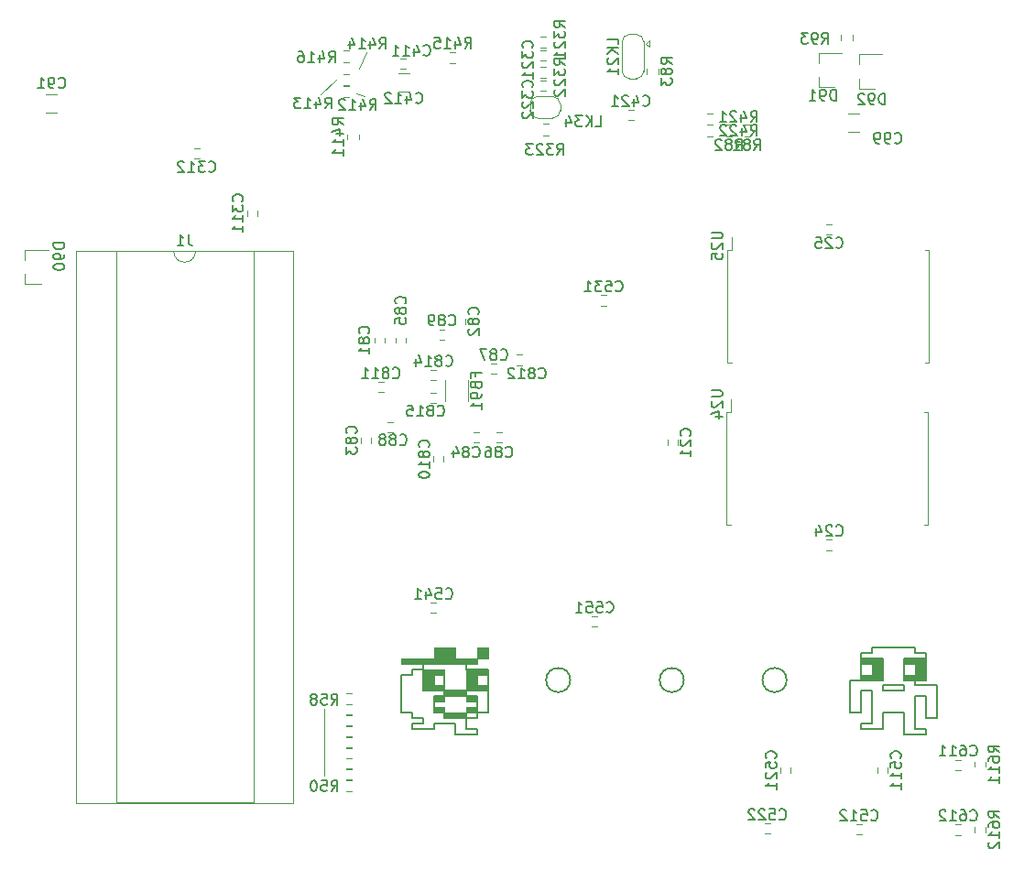
<source format=gbo>
G04 #@! TF.GenerationSoftware,KiCad,Pcbnew,(5.1.0)-1*
G04 #@! TF.CreationDate,2021-05-08T22:38:50+01:00*
G04 #@! TF.ProjectId,blit-cpu-mk3,626c6974-2d63-4707-952d-6d6b332e6b69,3.00*
G04 #@! TF.SameCoordinates,Original*
G04 #@! TF.FileFunction,Legend,Bot*
G04 #@! TF.FilePolarity,Positive*
%FSLAX46Y46*%
G04 Gerber Fmt 4.6, Leading zero omitted, Abs format (unit mm)*
G04 Created by KiCad (PCBNEW (5.1.0)-1) date 2021-05-08 22:38:50*
%MOMM*%
%LPD*%
G04 APERTURE LIST*
%ADD10C,0.120000*%
%ADD11C,0.150000*%
%ADD12C,0.100000*%
G04 APERTURE END LIST*
D10*
X58400000Y-86300000D02*
X58400000Y-92500000D01*
X62120000Y-29670000D02*
X61390000Y-29400000D01*
X58040000Y-29490000D02*
X59480000Y-28150000D01*
X61580000Y-27130000D02*
X62260000Y-25610000D01*
D11*
X81143034Y-83665000D02*
G75*
G03X81143034Y-83665000I-1118034J0D01*
G01*
X91643034Y-83665000D02*
G75*
G03X91643034Y-83665000I-1118034J0D01*
G01*
X101143034Y-83665000D02*
G75*
G03X101143034Y-83665000I-1118034J0D01*
G01*
X70525000Y-88665000D02*
X72525000Y-88665000D01*
X112025000Y-83665000D02*
X113025000Y-83665000D01*
X112025000Y-81665000D02*
X112025000Y-83665000D01*
X114025000Y-81665000D02*
X112025000Y-81665000D01*
X110025000Y-83665000D02*
X108025000Y-83665000D01*
X110025000Y-81665000D02*
X110025000Y-83665000D01*
X108025000Y-81665000D02*
X110025000Y-81665000D01*
D12*
G36*
X110025000Y-83165000D02*
G01*
X108025000Y-83165000D01*
X108025000Y-83665000D01*
X110025000Y-83665000D01*
X110025000Y-83165000D01*
G37*
X110025000Y-83165000D02*
X108025000Y-83165000D01*
X108025000Y-83665000D01*
X110025000Y-83665000D01*
X110025000Y-83165000D01*
G36*
X110025000Y-82165000D02*
G01*
X110025000Y-83165000D01*
X109025000Y-83165000D01*
X109025000Y-82165000D01*
X110025000Y-82165000D01*
G37*
X110025000Y-82165000D02*
X110025000Y-83165000D01*
X109025000Y-83165000D01*
X109025000Y-82165000D01*
X110025000Y-82165000D01*
G36*
X110025000Y-81665000D02*
G01*
X108025000Y-81665000D01*
X108025000Y-82165000D01*
X110025000Y-82165000D01*
X110025000Y-81665000D01*
G37*
X110025000Y-81665000D02*
X108025000Y-81665000D01*
X108025000Y-82165000D01*
X110025000Y-82165000D01*
X110025000Y-81665000D01*
G36*
X114025000Y-83165000D02*
G01*
X112025000Y-83165000D01*
X112025000Y-83665000D01*
X114025000Y-83665000D01*
X114025000Y-83165000D01*
G37*
X114025000Y-83165000D02*
X112025000Y-83165000D01*
X112025000Y-83665000D01*
X114025000Y-83665000D01*
X114025000Y-83165000D01*
G36*
X113025000Y-82165000D02*
G01*
X113025000Y-83165000D01*
X114025000Y-83165000D01*
X114025000Y-82165000D01*
X113025000Y-82165000D01*
G37*
X113025000Y-82165000D02*
X113025000Y-83165000D01*
X114025000Y-83165000D01*
X114025000Y-82165000D01*
X113025000Y-82165000D01*
G36*
X114025000Y-81665000D02*
G01*
X112025000Y-81665000D01*
X112025000Y-82165000D01*
X114025000Y-82165000D01*
X114025000Y-81665000D01*
G37*
X114025000Y-81665000D02*
X112025000Y-81665000D01*
X112025000Y-82165000D01*
X114025000Y-82165000D01*
X114025000Y-81665000D01*
D11*
X112025000Y-84665000D02*
X112025000Y-84165000D01*
X110025000Y-84665000D02*
X112025000Y-84665000D01*
X110025000Y-84165000D02*
X110025000Y-84665000D01*
X112025000Y-84165000D02*
X110025000Y-84165000D01*
X113025000Y-85165000D02*
X113025000Y-88165000D01*
X114025000Y-85165000D02*
X113025000Y-85165000D01*
X114025000Y-87165000D02*
X114025000Y-85165000D01*
X115025000Y-87165000D02*
X114025000Y-87165000D01*
X115025000Y-84165000D02*
X115025000Y-87165000D01*
X113025000Y-84165000D02*
X115025000Y-84165000D01*
X113025000Y-83665000D02*
X113025000Y-84165000D01*
X114025000Y-83665000D02*
X113025000Y-83665000D01*
X114025000Y-81165000D02*
X114025000Y-83665000D01*
X113025000Y-81165000D02*
X114025000Y-81165000D01*
X113025000Y-80665000D02*
X113025000Y-81165000D01*
X109025000Y-80665000D02*
X113025000Y-80665000D01*
X109025000Y-81165000D02*
X109025000Y-80665000D01*
X108025000Y-81165000D02*
X109025000Y-81165000D01*
X108025000Y-83665000D02*
X108025000Y-81165000D01*
X107025000Y-83665000D02*
X108025000Y-83665000D01*
X107025000Y-86665000D02*
X107025000Y-83665000D01*
X108025000Y-86665000D02*
X107025000Y-86665000D01*
X108025000Y-84665000D02*
X108025000Y-86665000D01*
X109025000Y-84665000D02*
X108025000Y-84665000D01*
X109025000Y-87665000D02*
X109025000Y-84665000D01*
X108025000Y-87665000D02*
X109025000Y-87665000D01*
X108025000Y-88165000D02*
X108025000Y-87665000D01*
X110025000Y-88165000D02*
X108025000Y-88165000D01*
X110025000Y-86665000D02*
X110025000Y-88165000D01*
X112025000Y-86665000D02*
X110025000Y-86665000D01*
X112025000Y-88665000D02*
X112025000Y-86665000D01*
X114025000Y-88665000D02*
X112025000Y-88665000D01*
X114025000Y-88165000D02*
X113025000Y-88165000D01*
X114025000Y-88665000D02*
X114025000Y-88165000D01*
D12*
G36*
X71525000Y-86665000D02*
G01*
X71525000Y-86165000D01*
X72525000Y-86165000D01*
X72525000Y-86665000D01*
X71525000Y-86665000D01*
G37*
X71525000Y-86665000D02*
X71525000Y-86165000D01*
X72525000Y-86165000D01*
X72525000Y-86665000D01*
X71525000Y-86665000D01*
G36*
X71525000Y-86665000D02*
G01*
X69525000Y-86665000D01*
X69525000Y-87165000D01*
X71525000Y-87165000D01*
X71525000Y-86665000D01*
G37*
X71525000Y-86665000D02*
X69525000Y-86665000D01*
X69525000Y-87165000D01*
X71525000Y-87165000D01*
X71525000Y-86665000D01*
G36*
X69525000Y-86165000D02*
G01*
X69525000Y-86665000D01*
X68525000Y-86665000D01*
X68525000Y-86165000D01*
X69525000Y-86165000D01*
G37*
X69525000Y-86165000D02*
X69525000Y-86665000D01*
X68525000Y-86665000D01*
X68525000Y-86165000D01*
X69525000Y-86165000D01*
G36*
X69525000Y-85165000D02*
G01*
X69525000Y-85665000D01*
X68525000Y-85665000D01*
X68525000Y-85165000D01*
X69525000Y-85165000D01*
G37*
X69525000Y-85165000D02*
X69525000Y-85665000D01*
X68525000Y-85665000D01*
X68525000Y-85165000D01*
X69525000Y-85165000D01*
G36*
X71525000Y-84665000D02*
G01*
X71525000Y-85165000D01*
X69525000Y-85165000D01*
X69525000Y-84665000D01*
X71525000Y-84665000D01*
G37*
X71525000Y-84665000D02*
X71525000Y-85165000D01*
X69525000Y-85165000D01*
X69525000Y-84665000D01*
X71525000Y-84665000D01*
G36*
X72525000Y-85165000D02*
G01*
X72525000Y-85665000D01*
X71525000Y-85665000D01*
X71525000Y-85165000D01*
X72525000Y-85165000D01*
G37*
X72525000Y-85165000D02*
X72525000Y-85665000D01*
X71525000Y-85665000D01*
X71525000Y-85165000D01*
X72525000Y-85165000D01*
D11*
X71525000Y-85165000D02*
X71525000Y-84665000D01*
X72525000Y-85165000D02*
X71525000Y-85165000D01*
X72525000Y-86665000D02*
X72525000Y-85165000D01*
X71525000Y-86665000D02*
X72525000Y-86665000D01*
X71525000Y-87165000D02*
X71525000Y-86665000D01*
X69525000Y-87165000D02*
X71525000Y-87165000D01*
X69525000Y-86665000D02*
X69525000Y-87165000D01*
X68525000Y-86665000D02*
X69525000Y-86665000D01*
X68525000Y-85165000D02*
X68525000Y-86665000D01*
X69525000Y-85165000D02*
X68525000Y-85165000D01*
X69525000Y-84665000D02*
X69525000Y-85165000D01*
X69525000Y-85165000D02*
X69525000Y-84665000D01*
X71525000Y-84665000D02*
X69525000Y-84665000D01*
X67525000Y-84665000D02*
X67525000Y-82665000D01*
X69525000Y-84665000D02*
X67525000Y-84665000D01*
X73525000Y-82665000D02*
X71525000Y-82665000D01*
X73525000Y-83165000D02*
X73525000Y-82665000D01*
X69525000Y-82665000D02*
X69525000Y-84665000D01*
X73525000Y-83165000D02*
X73525000Y-84665000D01*
X67525000Y-82665000D02*
X67525000Y-82165000D01*
X66525000Y-82665000D02*
X67525000Y-82665000D01*
X66525000Y-83165000D02*
X66525000Y-82665000D01*
X65525000Y-83165000D02*
X66525000Y-83165000D01*
X65525000Y-86665000D02*
X65525000Y-83165000D01*
X66525000Y-86665000D02*
X65525000Y-86665000D01*
X66525000Y-87165000D02*
X66525000Y-86665000D01*
X67525000Y-87165000D02*
X66525000Y-87165000D01*
X67525000Y-87665000D02*
X67525000Y-87165000D01*
X66525000Y-87665000D02*
X67525000Y-87665000D01*
X66525000Y-88165000D02*
X66525000Y-87665000D01*
X68525000Y-88165000D02*
X66525000Y-88165000D01*
X68525000Y-87665000D02*
X68525000Y-88165000D01*
X70525000Y-87665000D02*
X68525000Y-87665000D01*
X70525000Y-88665000D02*
X70525000Y-87665000D01*
X72525000Y-88165000D02*
X72525000Y-88665000D01*
X71525000Y-88165000D02*
X72525000Y-88165000D01*
X71525000Y-87165000D02*
X71525000Y-88165000D01*
X72525000Y-87165000D02*
X71525000Y-87165000D01*
X72525000Y-86665000D02*
X72525000Y-87165000D01*
X73525000Y-86665000D02*
X72525000Y-86665000D01*
X73525000Y-84665000D02*
X73525000Y-86665000D01*
X71525000Y-82665000D02*
X71525000Y-82165000D01*
D12*
G36*
X69525000Y-84165000D02*
G01*
X69525000Y-84665000D01*
X67525000Y-84665000D01*
X67525000Y-84165000D01*
X69525000Y-84165000D01*
G37*
X69525000Y-84165000D02*
X69525000Y-84665000D01*
X67525000Y-84665000D01*
X67525000Y-84165000D01*
X69525000Y-84165000D01*
G36*
X68525000Y-83165000D02*
G01*
X68525000Y-84165000D01*
X67525000Y-84165000D01*
X67525000Y-83165000D01*
X68525000Y-83165000D01*
G37*
X68525000Y-83165000D02*
X68525000Y-84165000D01*
X67525000Y-84165000D01*
X67525000Y-83165000D01*
X68525000Y-83165000D01*
G36*
X69525000Y-82665000D02*
G01*
X69525000Y-83165000D01*
X67525000Y-83165000D01*
X67525000Y-82665000D01*
X69525000Y-82665000D01*
G37*
X69525000Y-82665000D02*
X69525000Y-83165000D01*
X67525000Y-83165000D01*
X67525000Y-82665000D01*
X69525000Y-82665000D01*
G36*
X73525000Y-84165000D02*
G01*
X73525000Y-84665000D01*
X71525000Y-84665000D01*
X71525000Y-84165000D01*
X73525000Y-84165000D01*
G37*
X73525000Y-84165000D02*
X73525000Y-84665000D01*
X71525000Y-84665000D01*
X71525000Y-84165000D01*
X73525000Y-84165000D01*
G36*
X72525000Y-83165000D02*
G01*
X72525000Y-84165000D01*
X71525000Y-84165000D01*
X71525000Y-83165000D01*
X72525000Y-83165000D01*
G37*
X72525000Y-83165000D02*
X72525000Y-84165000D01*
X71525000Y-84165000D01*
X71525000Y-83165000D01*
X72525000Y-83165000D01*
G36*
X73525000Y-82665000D02*
G01*
X73525000Y-83165000D01*
X71525000Y-83165000D01*
X71525000Y-82665000D01*
X73525000Y-82665000D01*
G37*
X73525000Y-82665000D02*
X73525000Y-83165000D01*
X71525000Y-83165000D01*
X71525000Y-82665000D01*
X73525000Y-82665000D01*
G36*
X70525000Y-80665000D02*
G01*
X68525000Y-80665000D01*
X68525000Y-81665000D01*
X70525000Y-81665000D01*
X70525000Y-80665000D01*
G37*
X70525000Y-80665000D02*
X68525000Y-80665000D01*
X68525000Y-81665000D01*
X70525000Y-81665000D01*
X70525000Y-80665000D01*
G36*
X72525000Y-81665000D02*
G01*
X65525000Y-81665000D01*
X65525000Y-82165000D01*
X72525000Y-82165000D01*
X72525000Y-81665000D01*
G37*
X72525000Y-81665000D02*
X65525000Y-81665000D01*
X65525000Y-82165000D01*
X72525000Y-82165000D01*
X72525000Y-81665000D01*
G36*
X73525000Y-80665000D02*
G01*
X72525000Y-80665000D01*
X72525000Y-81665000D01*
X73525000Y-81665000D01*
X73525000Y-80665000D01*
G37*
X73525000Y-80665000D02*
X72525000Y-80665000D01*
X72525000Y-81665000D01*
X73525000Y-81665000D01*
X73525000Y-80665000D01*
D10*
X88200000Y-27620000D02*
X88200000Y-27120000D01*
X89260000Y-27120000D02*
X89260000Y-27620000D01*
X95550000Y-32340000D02*
X96050000Y-32340000D01*
X96050000Y-33400000D02*
X95550000Y-33400000D01*
X97240000Y-32340000D02*
X97740000Y-32340000D01*
X97740000Y-33400000D02*
X97240000Y-33400000D01*
X79100000Y-33315000D02*
X78600000Y-33315000D01*
X78600000Y-32255000D02*
X79100000Y-32255000D01*
X30740000Y-47080000D02*
X32200000Y-47080000D01*
X30740000Y-43920000D02*
X32900000Y-43920000D01*
X30740000Y-43920000D02*
X30740000Y-44850000D01*
X30740000Y-47080000D02*
X30740000Y-46150000D01*
X60950000Y-85930000D02*
X60450000Y-85930000D01*
X60450000Y-84870000D02*
X60950000Y-84870000D01*
X60950000Y-86930000D02*
X60450000Y-86930000D01*
X60450000Y-85870000D02*
X60950000Y-85870000D01*
X60950000Y-87930000D02*
X60450000Y-87930000D01*
X60450000Y-86870000D02*
X60950000Y-86870000D01*
X60950000Y-88930000D02*
X60450000Y-88930000D01*
X60450000Y-87870000D02*
X60950000Y-87870000D01*
X60950000Y-89930000D02*
X60450000Y-89930000D01*
X60450000Y-88870000D02*
X60950000Y-88870000D01*
X60950000Y-90930000D02*
X60450000Y-90930000D01*
X60450000Y-89870000D02*
X60950000Y-89870000D01*
X60950000Y-91930000D02*
X60450000Y-91930000D01*
X60450000Y-90870000D02*
X60950000Y-90870000D01*
X60950000Y-92930000D02*
X60450000Y-92930000D01*
X60450000Y-91870000D02*
X60950000Y-91870000D01*
X60950000Y-93930000D02*
X60450000Y-93930000D01*
X60450000Y-92870000D02*
X60950000Y-92870000D01*
X68220000Y-57080000D02*
X68720000Y-57080000D01*
X68720000Y-58020000D02*
X68220000Y-58020000D01*
X68760000Y-55930000D02*
X68260000Y-55930000D01*
X68260000Y-54990000D02*
X68760000Y-54990000D01*
X88130000Y-24820000D02*
X88430000Y-25120000D01*
X88430000Y-24520000D02*
X88430000Y-25120000D01*
X88130000Y-24820000D02*
X88430000Y-24520000D01*
X87230000Y-23970000D02*
X86630000Y-23970000D01*
X87930000Y-27420000D02*
X87930000Y-24620000D01*
X86630000Y-28070000D02*
X87230000Y-28070000D01*
X85930000Y-24620000D02*
X85930000Y-27420000D01*
X86630000Y-23970000D02*
G75*
G03X85930000Y-24670000I0J-700000D01*
G01*
X87930000Y-24670000D02*
G75*
G03X87230000Y-23970000I-700000J0D01*
G01*
X87230000Y-28070000D02*
G75*
G03X87930000Y-27370000I0J700000D01*
G01*
X85930000Y-27370000D02*
G75*
G03X86630000Y-28070000I700000J0D01*
G01*
X106160000Y-24540000D02*
X106160000Y-24040000D01*
X107220000Y-24040000D02*
X107220000Y-24540000D01*
X96055000Y-43910000D02*
X96055000Y-42750000D01*
X95675000Y-43910000D02*
X96055000Y-43910000D01*
X95675000Y-49100000D02*
X95675000Y-43910000D01*
X95675000Y-54290000D02*
X96055000Y-54290000D01*
X95675000Y-49100000D02*
X95675000Y-54290000D01*
X114305000Y-43910000D02*
X113925000Y-43910000D01*
X114305000Y-49100000D02*
X114305000Y-43910000D01*
X114305000Y-54290000D02*
X113925000Y-54290000D01*
X114305000Y-49100000D02*
X114305000Y-54290000D01*
X95965000Y-58910000D02*
X95965000Y-57750000D01*
X95585000Y-58910000D02*
X95965000Y-58910000D01*
X95585000Y-64100000D02*
X95585000Y-58910000D01*
X95585000Y-69290000D02*
X95965000Y-69290000D01*
X95585000Y-64100000D02*
X95585000Y-69290000D01*
X114215000Y-58910000D02*
X113835000Y-58910000D01*
X114215000Y-64100000D02*
X114215000Y-58910000D01*
X114215000Y-69290000D02*
X113835000Y-69290000D01*
X114215000Y-64100000D02*
X114215000Y-69290000D01*
X76170000Y-53600000D02*
X76670000Y-53600000D01*
X76670000Y-54540000D02*
X76170000Y-54540000D01*
X63870000Y-57070000D02*
X63370000Y-57070000D01*
X63370000Y-56130000D02*
X63870000Y-56130000D01*
X69420000Y-63000000D02*
X69420000Y-63500000D01*
X68480000Y-63500000D02*
X68480000Y-63000000D01*
X69530000Y-52180000D02*
X69030000Y-52180000D01*
X69030000Y-51240000D02*
X69530000Y-51240000D01*
X68760000Y-77470000D02*
X68260000Y-77470000D01*
X68260000Y-76530000D02*
X68760000Y-76530000D01*
X118470000Y-97750000D02*
X118470000Y-97250000D01*
X119530000Y-97250000D02*
X119530000Y-97750000D01*
X118470000Y-91700000D02*
X118470000Y-91200000D01*
X119530000Y-91200000D02*
X119530000Y-91700000D01*
X117250000Y-97970000D02*
X116750000Y-97970000D01*
X116750000Y-97030000D02*
X117250000Y-97030000D01*
X117250000Y-91970000D02*
X116750000Y-91970000D01*
X116750000Y-91030000D02*
X117250000Y-91030000D01*
X64730000Y-60780000D02*
X64230000Y-60780000D01*
X64230000Y-59840000D02*
X64730000Y-59840000D01*
X73810000Y-54420000D02*
X74310000Y-54420000D01*
X74310000Y-55360000D02*
X73810000Y-55360000D01*
X74280000Y-60770000D02*
X74780000Y-60770000D01*
X74780000Y-61710000D02*
X74280000Y-61710000D01*
X65030000Y-52500000D02*
X65030000Y-52000000D01*
X65970000Y-52000000D02*
X65970000Y-52500000D01*
X63030000Y-52500000D02*
X63030000Y-52000000D01*
X63970000Y-52000000D02*
X63970000Y-52500000D01*
X72680000Y-61700000D02*
X72180000Y-61700000D01*
X72180000Y-60760000D02*
X72680000Y-60760000D01*
X62700000Y-61240000D02*
X62700000Y-61740000D01*
X61760000Y-61740000D02*
X61760000Y-61240000D01*
X70500000Y-50750000D02*
X70500000Y-50250000D01*
X71440000Y-50250000D02*
X71440000Y-50750000D01*
X79510000Y-29720000D02*
X78110000Y-29720000D01*
X77410000Y-30420000D02*
X77410000Y-31020000D01*
X78110000Y-31720000D02*
X79510000Y-31720000D01*
X80210000Y-31020000D02*
X80210000Y-30420000D01*
X78110000Y-29720000D02*
G75*
G03X77410000Y-30420000I0J-700000D01*
G01*
X77410000Y-31020000D02*
G75*
G03X78110000Y-31720000I700000J0D01*
G01*
X79510000Y-31720000D02*
G75*
G03X80210000Y-31020000I0J700000D01*
G01*
X80210000Y-30420000D02*
G75*
G03X79510000Y-29720000I-700000J0D01*
G01*
X94270000Y-33400000D02*
X93770000Y-33400000D01*
X93770000Y-32340000D02*
X94270000Y-32340000D01*
X94270000Y-32340000D02*
X93770000Y-32340000D01*
X93770000Y-31280000D02*
X94270000Y-31280000D01*
X60175000Y-25495000D02*
X60675000Y-25495000D01*
X60675000Y-26555000D02*
X60175000Y-26555000D01*
X70525000Y-26680000D02*
X70025000Y-26680000D01*
X70025000Y-25620000D02*
X70525000Y-25620000D01*
X60175000Y-26570000D02*
X60675000Y-26570000D01*
X60675000Y-27630000D02*
X60175000Y-27630000D01*
X60175000Y-27620000D02*
X60675000Y-27620000D01*
X60675000Y-28680000D02*
X60175000Y-28680000D01*
X60200000Y-28720000D02*
X60700000Y-28720000D01*
X60700000Y-29780000D02*
X60200000Y-29780000D01*
X61580000Y-33200000D02*
X61580000Y-33700000D01*
X60520000Y-33700000D02*
X60520000Y-33200000D01*
X78410000Y-26965000D02*
X78910000Y-26965000D01*
X78910000Y-28025000D02*
X78410000Y-28025000D01*
X78349500Y-24170000D02*
X78849500Y-24170000D01*
X78849500Y-25230000D02*
X78349500Y-25230000D01*
X83630000Y-78720000D02*
X83130000Y-78720000D01*
X83130000Y-77780000D02*
X83630000Y-77780000D01*
X84470000Y-49040000D02*
X83970000Y-49040000D01*
X83970000Y-48100000D02*
X84470000Y-48100000D01*
X99590000Y-97880000D02*
X99090000Y-97880000D01*
X99090000Y-96940000D02*
X99590000Y-96940000D01*
X101470000Y-91750000D02*
X101470000Y-92250000D01*
X100530000Y-92250000D02*
X100530000Y-91750000D01*
X108080000Y-97960000D02*
X107580000Y-97960000D01*
X107580000Y-97020000D02*
X108080000Y-97020000D01*
X109530000Y-92250000D02*
X109530000Y-91750000D01*
X110470000Y-91750000D02*
X110470000Y-92250000D01*
X86980000Y-31910000D02*
X86480000Y-31910000D01*
X86480000Y-30970000D02*
X86980000Y-30970000D01*
X65450000Y-26230000D02*
X65950000Y-26230000D01*
X65950000Y-27170000D02*
X65450000Y-27170000D01*
X78360000Y-28250000D02*
X78860000Y-28250000D01*
X78860000Y-29190000D02*
X78360000Y-29190000D01*
X78385000Y-25425000D02*
X78885000Y-25425000D01*
X78885000Y-26365000D02*
X78385000Y-26365000D01*
X46350000Y-34520000D02*
X46850000Y-34520000D01*
X46850000Y-35460000D02*
X46350000Y-35460000D01*
X52190000Y-40270000D02*
X52190000Y-40770000D01*
X51250000Y-40770000D02*
X51250000Y-40270000D01*
X104790000Y-41550000D02*
X105290000Y-41550000D01*
X105290000Y-42490000D02*
X104790000Y-42490000D01*
X105320000Y-71640000D02*
X104820000Y-71640000D01*
X104820000Y-70700000D02*
X105320000Y-70700000D01*
X90110000Y-61970000D02*
X90110000Y-61470000D01*
X91050000Y-61470000D02*
X91050000Y-61970000D01*
X44493000Y-44036000D02*
X39148000Y-44036000D01*
X39148000Y-44036000D02*
X39148000Y-94956000D01*
X39148000Y-94956000D02*
X51838000Y-94956000D01*
X51838000Y-94956000D02*
X51838000Y-44036000D01*
X51838000Y-44036000D02*
X46493000Y-44036000D01*
X35448000Y-43976000D02*
X35448000Y-95016000D01*
X35448000Y-95016000D02*
X55538000Y-95016000D01*
X55538000Y-95016000D02*
X55538000Y-43976000D01*
X55538000Y-43976000D02*
X35448000Y-43976000D01*
X46493000Y-44036000D02*
G75*
G02X44493000Y-44036000I-1000000J0D01*
G01*
X71700000Y-57910000D02*
X71700000Y-55910000D01*
X69560000Y-55910000D02*
X69560000Y-57910000D01*
X107800000Y-28980000D02*
X109260000Y-28980000D01*
X107800000Y-25820000D02*
X109960000Y-25820000D01*
X107800000Y-25820000D02*
X107800000Y-26750000D01*
X107800000Y-28980000D02*
X107800000Y-28050000D01*
X104080000Y-28830000D02*
X105540000Y-28830000D01*
X104080000Y-25670000D02*
X106240000Y-25670000D01*
X104080000Y-25670000D02*
X104080000Y-26600000D01*
X104080000Y-28830000D02*
X104080000Y-27900000D01*
X65240000Y-27550000D02*
X66240000Y-27550000D01*
X66240000Y-29250000D02*
X65240000Y-29250000D01*
X106840000Y-31260000D02*
X107840000Y-31260000D01*
X107840000Y-32960000D02*
X106840000Y-32960000D01*
X32700000Y-29550000D02*
X33700000Y-29550000D01*
X33700000Y-31250000D02*
X32700000Y-31250000D01*
D11*
X90532380Y-26727142D02*
X90056190Y-26393809D01*
X90532380Y-26155714D02*
X89532380Y-26155714D01*
X89532380Y-26536666D01*
X89580000Y-26631904D01*
X89627619Y-26679523D01*
X89722857Y-26727142D01*
X89865714Y-26727142D01*
X89960952Y-26679523D01*
X90008571Y-26631904D01*
X90056190Y-26536666D01*
X90056190Y-26155714D01*
X89960952Y-27298571D02*
X89913333Y-27203333D01*
X89865714Y-27155714D01*
X89770476Y-27108095D01*
X89722857Y-27108095D01*
X89627619Y-27155714D01*
X89580000Y-27203333D01*
X89532380Y-27298571D01*
X89532380Y-27489047D01*
X89580000Y-27584285D01*
X89627619Y-27631904D01*
X89722857Y-27679523D01*
X89770476Y-27679523D01*
X89865714Y-27631904D01*
X89913333Y-27584285D01*
X89960952Y-27489047D01*
X89960952Y-27298571D01*
X90008571Y-27203333D01*
X90056190Y-27155714D01*
X90151428Y-27108095D01*
X90341904Y-27108095D01*
X90437142Y-27155714D01*
X90484761Y-27203333D01*
X90532380Y-27298571D01*
X90532380Y-27489047D01*
X90484761Y-27584285D01*
X90437142Y-27631904D01*
X90341904Y-27679523D01*
X90151428Y-27679523D01*
X90056190Y-27631904D01*
X90008571Y-27584285D01*
X89960952Y-27489047D01*
X89532380Y-28012857D02*
X89532380Y-28631904D01*
X89913333Y-28298571D01*
X89913333Y-28441428D01*
X89960952Y-28536666D01*
X90008571Y-28584285D01*
X90103809Y-28631904D01*
X90341904Y-28631904D01*
X90437142Y-28584285D01*
X90484761Y-28536666D01*
X90532380Y-28441428D01*
X90532380Y-28155714D01*
X90484761Y-28060476D01*
X90437142Y-28012857D01*
X96442857Y-34672380D02*
X96776190Y-34196190D01*
X97014285Y-34672380D02*
X97014285Y-33672380D01*
X96633333Y-33672380D01*
X96538095Y-33720000D01*
X96490476Y-33767619D01*
X96442857Y-33862857D01*
X96442857Y-34005714D01*
X96490476Y-34100952D01*
X96538095Y-34148571D01*
X96633333Y-34196190D01*
X97014285Y-34196190D01*
X95871428Y-34100952D02*
X95966666Y-34053333D01*
X96014285Y-34005714D01*
X96061904Y-33910476D01*
X96061904Y-33862857D01*
X96014285Y-33767619D01*
X95966666Y-33720000D01*
X95871428Y-33672380D01*
X95680952Y-33672380D01*
X95585714Y-33720000D01*
X95538095Y-33767619D01*
X95490476Y-33862857D01*
X95490476Y-33910476D01*
X95538095Y-34005714D01*
X95585714Y-34053333D01*
X95680952Y-34100952D01*
X95871428Y-34100952D01*
X95966666Y-34148571D01*
X96014285Y-34196190D01*
X96061904Y-34291428D01*
X96061904Y-34481904D01*
X96014285Y-34577142D01*
X95966666Y-34624761D01*
X95871428Y-34672380D01*
X95680952Y-34672380D01*
X95585714Y-34624761D01*
X95538095Y-34577142D01*
X95490476Y-34481904D01*
X95490476Y-34291428D01*
X95538095Y-34196190D01*
X95585714Y-34148571D01*
X95680952Y-34100952D01*
X95109523Y-33767619D02*
X95061904Y-33720000D01*
X94966666Y-33672380D01*
X94728571Y-33672380D01*
X94633333Y-33720000D01*
X94585714Y-33767619D01*
X94538095Y-33862857D01*
X94538095Y-33958095D01*
X94585714Y-34100952D01*
X95157142Y-34672380D01*
X94538095Y-34672380D01*
X98132857Y-34672380D02*
X98466190Y-34196190D01*
X98704285Y-34672380D02*
X98704285Y-33672380D01*
X98323333Y-33672380D01*
X98228095Y-33720000D01*
X98180476Y-33767619D01*
X98132857Y-33862857D01*
X98132857Y-34005714D01*
X98180476Y-34100952D01*
X98228095Y-34148571D01*
X98323333Y-34196190D01*
X98704285Y-34196190D01*
X97561428Y-34100952D02*
X97656666Y-34053333D01*
X97704285Y-34005714D01*
X97751904Y-33910476D01*
X97751904Y-33862857D01*
X97704285Y-33767619D01*
X97656666Y-33720000D01*
X97561428Y-33672380D01*
X97370952Y-33672380D01*
X97275714Y-33720000D01*
X97228095Y-33767619D01*
X97180476Y-33862857D01*
X97180476Y-33910476D01*
X97228095Y-34005714D01*
X97275714Y-34053333D01*
X97370952Y-34100952D01*
X97561428Y-34100952D01*
X97656666Y-34148571D01*
X97704285Y-34196190D01*
X97751904Y-34291428D01*
X97751904Y-34481904D01*
X97704285Y-34577142D01*
X97656666Y-34624761D01*
X97561428Y-34672380D01*
X97370952Y-34672380D01*
X97275714Y-34624761D01*
X97228095Y-34577142D01*
X97180476Y-34481904D01*
X97180476Y-34291428D01*
X97228095Y-34196190D01*
X97275714Y-34148571D01*
X97370952Y-34100952D01*
X96228095Y-34672380D02*
X96799523Y-34672380D01*
X96513809Y-34672380D02*
X96513809Y-33672380D01*
X96609047Y-33815238D01*
X96704285Y-33910476D01*
X96799523Y-33958095D01*
X79919047Y-35097380D02*
X80252380Y-34621190D01*
X80490476Y-35097380D02*
X80490476Y-34097380D01*
X80109523Y-34097380D01*
X80014285Y-34145000D01*
X79966666Y-34192619D01*
X79919047Y-34287857D01*
X79919047Y-34430714D01*
X79966666Y-34525952D01*
X80014285Y-34573571D01*
X80109523Y-34621190D01*
X80490476Y-34621190D01*
X79585714Y-34097380D02*
X78966666Y-34097380D01*
X79300000Y-34478333D01*
X79157142Y-34478333D01*
X79061904Y-34525952D01*
X79014285Y-34573571D01*
X78966666Y-34668809D01*
X78966666Y-34906904D01*
X79014285Y-35002142D01*
X79061904Y-35049761D01*
X79157142Y-35097380D01*
X79442857Y-35097380D01*
X79538095Y-35049761D01*
X79585714Y-35002142D01*
X78585714Y-34192619D02*
X78538095Y-34145000D01*
X78442857Y-34097380D01*
X78204761Y-34097380D01*
X78109523Y-34145000D01*
X78061904Y-34192619D01*
X78014285Y-34287857D01*
X78014285Y-34383095D01*
X78061904Y-34525952D01*
X78633333Y-35097380D01*
X78014285Y-35097380D01*
X77680952Y-34097380D02*
X77061904Y-34097380D01*
X77395238Y-34478333D01*
X77252380Y-34478333D01*
X77157142Y-34525952D01*
X77109523Y-34573571D01*
X77061904Y-34668809D01*
X77061904Y-34906904D01*
X77109523Y-35002142D01*
X77157142Y-35049761D01*
X77252380Y-35097380D01*
X77538095Y-35097380D01*
X77633333Y-35049761D01*
X77680952Y-35002142D01*
X34367380Y-43265714D02*
X33367380Y-43265714D01*
X33367380Y-43503809D01*
X33415000Y-43646666D01*
X33510238Y-43741904D01*
X33605476Y-43789523D01*
X33795952Y-43837142D01*
X33938809Y-43837142D01*
X34129285Y-43789523D01*
X34224523Y-43741904D01*
X34319761Y-43646666D01*
X34367380Y-43503809D01*
X34367380Y-43265714D01*
X34367380Y-44313333D02*
X34367380Y-44503809D01*
X34319761Y-44599047D01*
X34272142Y-44646666D01*
X34129285Y-44741904D01*
X33938809Y-44789523D01*
X33557857Y-44789523D01*
X33462619Y-44741904D01*
X33415000Y-44694285D01*
X33367380Y-44599047D01*
X33367380Y-44408571D01*
X33415000Y-44313333D01*
X33462619Y-44265714D01*
X33557857Y-44218095D01*
X33795952Y-44218095D01*
X33891190Y-44265714D01*
X33938809Y-44313333D01*
X33986428Y-44408571D01*
X33986428Y-44599047D01*
X33938809Y-44694285D01*
X33891190Y-44741904D01*
X33795952Y-44789523D01*
X33367380Y-45408571D02*
X33367380Y-45503809D01*
X33415000Y-45599047D01*
X33462619Y-45646666D01*
X33557857Y-45694285D01*
X33748333Y-45741904D01*
X33986428Y-45741904D01*
X34176904Y-45694285D01*
X34272142Y-45646666D01*
X34319761Y-45599047D01*
X34367380Y-45503809D01*
X34367380Y-45408571D01*
X34319761Y-45313333D01*
X34272142Y-45265714D01*
X34176904Y-45218095D01*
X33986428Y-45170476D01*
X33748333Y-45170476D01*
X33557857Y-45218095D01*
X33462619Y-45265714D01*
X33415000Y-45313333D01*
X33367380Y-45408571D01*
X59042857Y-85952380D02*
X59376190Y-85476190D01*
X59614285Y-85952380D02*
X59614285Y-84952380D01*
X59233333Y-84952380D01*
X59138095Y-85000000D01*
X59090476Y-85047619D01*
X59042857Y-85142857D01*
X59042857Y-85285714D01*
X59090476Y-85380952D01*
X59138095Y-85428571D01*
X59233333Y-85476190D01*
X59614285Y-85476190D01*
X58138095Y-84952380D02*
X58614285Y-84952380D01*
X58661904Y-85428571D01*
X58614285Y-85380952D01*
X58519047Y-85333333D01*
X58280952Y-85333333D01*
X58185714Y-85380952D01*
X58138095Y-85428571D01*
X58090476Y-85523809D01*
X58090476Y-85761904D01*
X58138095Y-85857142D01*
X58185714Y-85904761D01*
X58280952Y-85952380D01*
X58519047Y-85952380D01*
X58614285Y-85904761D01*
X58661904Y-85857142D01*
X57519047Y-85380952D02*
X57614285Y-85333333D01*
X57661904Y-85285714D01*
X57709523Y-85190476D01*
X57709523Y-85142857D01*
X57661904Y-85047619D01*
X57614285Y-85000000D01*
X57519047Y-84952380D01*
X57328571Y-84952380D01*
X57233333Y-85000000D01*
X57185714Y-85047619D01*
X57138095Y-85142857D01*
X57138095Y-85190476D01*
X57185714Y-85285714D01*
X57233333Y-85333333D01*
X57328571Y-85380952D01*
X57519047Y-85380952D01*
X57614285Y-85428571D01*
X57661904Y-85476190D01*
X57709523Y-85571428D01*
X57709523Y-85761904D01*
X57661904Y-85857142D01*
X57614285Y-85904761D01*
X57519047Y-85952380D01*
X57328571Y-85952380D01*
X57233333Y-85904761D01*
X57185714Y-85857142D01*
X57138095Y-85761904D01*
X57138095Y-85571428D01*
X57185714Y-85476190D01*
X57233333Y-85428571D01*
X57328571Y-85380952D01*
X59042857Y-93952380D02*
X59376190Y-93476190D01*
X59614285Y-93952380D02*
X59614285Y-92952380D01*
X59233333Y-92952380D01*
X59138095Y-93000000D01*
X59090476Y-93047619D01*
X59042857Y-93142857D01*
X59042857Y-93285714D01*
X59090476Y-93380952D01*
X59138095Y-93428571D01*
X59233333Y-93476190D01*
X59614285Y-93476190D01*
X58138095Y-92952380D02*
X58614285Y-92952380D01*
X58661904Y-93428571D01*
X58614285Y-93380952D01*
X58519047Y-93333333D01*
X58280952Y-93333333D01*
X58185714Y-93380952D01*
X58138095Y-93428571D01*
X58090476Y-93523809D01*
X58090476Y-93761904D01*
X58138095Y-93857142D01*
X58185714Y-93904761D01*
X58280952Y-93952380D01*
X58519047Y-93952380D01*
X58614285Y-93904761D01*
X58661904Y-93857142D01*
X57471428Y-92952380D02*
X57376190Y-92952380D01*
X57280952Y-93000000D01*
X57233333Y-93047619D01*
X57185714Y-93142857D01*
X57138095Y-93333333D01*
X57138095Y-93571428D01*
X57185714Y-93761904D01*
X57233333Y-93857142D01*
X57280952Y-93904761D01*
X57376190Y-93952380D01*
X57471428Y-93952380D01*
X57566666Y-93904761D01*
X57614285Y-93857142D01*
X57661904Y-93761904D01*
X57709523Y-93571428D01*
X57709523Y-93333333D01*
X57661904Y-93142857D01*
X57614285Y-93047619D01*
X57566666Y-93000000D01*
X57471428Y-92952380D01*
X68869047Y-59177142D02*
X68916666Y-59224761D01*
X69059523Y-59272380D01*
X69154761Y-59272380D01*
X69297619Y-59224761D01*
X69392857Y-59129523D01*
X69440476Y-59034285D01*
X69488095Y-58843809D01*
X69488095Y-58700952D01*
X69440476Y-58510476D01*
X69392857Y-58415238D01*
X69297619Y-58320000D01*
X69154761Y-58272380D01*
X69059523Y-58272380D01*
X68916666Y-58320000D01*
X68869047Y-58367619D01*
X68297619Y-58700952D02*
X68392857Y-58653333D01*
X68440476Y-58605714D01*
X68488095Y-58510476D01*
X68488095Y-58462857D01*
X68440476Y-58367619D01*
X68392857Y-58320000D01*
X68297619Y-58272380D01*
X68107142Y-58272380D01*
X68011904Y-58320000D01*
X67964285Y-58367619D01*
X67916666Y-58462857D01*
X67916666Y-58510476D01*
X67964285Y-58605714D01*
X68011904Y-58653333D01*
X68107142Y-58700952D01*
X68297619Y-58700952D01*
X68392857Y-58748571D01*
X68440476Y-58796190D01*
X68488095Y-58891428D01*
X68488095Y-59081904D01*
X68440476Y-59177142D01*
X68392857Y-59224761D01*
X68297619Y-59272380D01*
X68107142Y-59272380D01*
X68011904Y-59224761D01*
X67964285Y-59177142D01*
X67916666Y-59081904D01*
X67916666Y-58891428D01*
X67964285Y-58796190D01*
X68011904Y-58748571D01*
X68107142Y-58700952D01*
X66964285Y-59272380D02*
X67535714Y-59272380D01*
X67250000Y-59272380D02*
X67250000Y-58272380D01*
X67345238Y-58415238D01*
X67440476Y-58510476D01*
X67535714Y-58558095D01*
X66059523Y-58272380D02*
X66535714Y-58272380D01*
X66583333Y-58748571D01*
X66535714Y-58700952D01*
X66440476Y-58653333D01*
X66202380Y-58653333D01*
X66107142Y-58700952D01*
X66059523Y-58748571D01*
X66011904Y-58843809D01*
X66011904Y-59081904D01*
X66059523Y-59177142D01*
X66107142Y-59224761D01*
X66202380Y-59272380D01*
X66440476Y-59272380D01*
X66535714Y-59224761D01*
X66583333Y-59177142D01*
X69629047Y-54547142D02*
X69676666Y-54594761D01*
X69819523Y-54642380D01*
X69914761Y-54642380D01*
X70057619Y-54594761D01*
X70152857Y-54499523D01*
X70200476Y-54404285D01*
X70248095Y-54213809D01*
X70248095Y-54070952D01*
X70200476Y-53880476D01*
X70152857Y-53785238D01*
X70057619Y-53690000D01*
X69914761Y-53642380D01*
X69819523Y-53642380D01*
X69676666Y-53690000D01*
X69629047Y-53737619D01*
X69057619Y-54070952D02*
X69152857Y-54023333D01*
X69200476Y-53975714D01*
X69248095Y-53880476D01*
X69248095Y-53832857D01*
X69200476Y-53737619D01*
X69152857Y-53690000D01*
X69057619Y-53642380D01*
X68867142Y-53642380D01*
X68771904Y-53690000D01*
X68724285Y-53737619D01*
X68676666Y-53832857D01*
X68676666Y-53880476D01*
X68724285Y-53975714D01*
X68771904Y-54023333D01*
X68867142Y-54070952D01*
X69057619Y-54070952D01*
X69152857Y-54118571D01*
X69200476Y-54166190D01*
X69248095Y-54261428D01*
X69248095Y-54451904D01*
X69200476Y-54547142D01*
X69152857Y-54594761D01*
X69057619Y-54642380D01*
X68867142Y-54642380D01*
X68771904Y-54594761D01*
X68724285Y-54547142D01*
X68676666Y-54451904D01*
X68676666Y-54261428D01*
X68724285Y-54166190D01*
X68771904Y-54118571D01*
X68867142Y-54070952D01*
X67724285Y-54642380D02*
X68295714Y-54642380D01*
X68010000Y-54642380D02*
X68010000Y-53642380D01*
X68105238Y-53785238D01*
X68200476Y-53880476D01*
X68295714Y-53928095D01*
X66867142Y-53975714D02*
X66867142Y-54642380D01*
X67105238Y-53594761D02*
X67343333Y-54309047D01*
X66724285Y-54309047D01*
X85582380Y-24877142D02*
X85582380Y-24400952D01*
X84582380Y-24400952D01*
X85582380Y-25210476D02*
X84582380Y-25210476D01*
X85582380Y-25781904D02*
X85010952Y-25353333D01*
X84582380Y-25781904D02*
X85153809Y-25210476D01*
X84677619Y-26162857D02*
X84630000Y-26210476D01*
X84582380Y-26305714D01*
X84582380Y-26543809D01*
X84630000Y-26639047D01*
X84677619Y-26686666D01*
X84772857Y-26734285D01*
X84868095Y-26734285D01*
X85010952Y-26686666D01*
X85582380Y-26115238D01*
X85582380Y-26734285D01*
X85582380Y-27686666D02*
X85582380Y-27115238D01*
X85582380Y-27400952D02*
X84582380Y-27400952D01*
X84725238Y-27305714D01*
X84820476Y-27210476D01*
X84868095Y-27115238D01*
X104392857Y-24827380D02*
X104726190Y-24351190D01*
X104964285Y-24827380D02*
X104964285Y-23827380D01*
X104583333Y-23827380D01*
X104488095Y-23875000D01*
X104440476Y-23922619D01*
X104392857Y-24017857D01*
X104392857Y-24160714D01*
X104440476Y-24255952D01*
X104488095Y-24303571D01*
X104583333Y-24351190D01*
X104964285Y-24351190D01*
X103916666Y-24827380D02*
X103726190Y-24827380D01*
X103630952Y-24779761D01*
X103583333Y-24732142D01*
X103488095Y-24589285D01*
X103440476Y-24398809D01*
X103440476Y-24017857D01*
X103488095Y-23922619D01*
X103535714Y-23875000D01*
X103630952Y-23827380D01*
X103821428Y-23827380D01*
X103916666Y-23875000D01*
X103964285Y-23922619D01*
X104011904Y-24017857D01*
X104011904Y-24255952D01*
X103964285Y-24351190D01*
X103916666Y-24398809D01*
X103821428Y-24446428D01*
X103630952Y-24446428D01*
X103535714Y-24398809D01*
X103488095Y-24351190D01*
X103440476Y-24255952D01*
X103107142Y-23827380D02*
X102488095Y-23827380D01*
X102821428Y-24208333D01*
X102678571Y-24208333D01*
X102583333Y-24255952D01*
X102535714Y-24303571D01*
X102488095Y-24398809D01*
X102488095Y-24636904D01*
X102535714Y-24732142D01*
X102583333Y-24779761D01*
X102678571Y-24827380D01*
X102964285Y-24827380D01*
X103059523Y-24779761D01*
X103107142Y-24732142D01*
X94202380Y-42261904D02*
X95011904Y-42261904D01*
X95107142Y-42309523D01*
X95154761Y-42357142D01*
X95202380Y-42452380D01*
X95202380Y-42642857D01*
X95154761Y-42738095D01*
X95107142Y-42785714D01*
X95011904Y-42833333D01*
X94202380Y-42833333D01*
X94297619Y-43261904D02*
X94250000Y-43309523D01*
X94202380Y-43404761D01*
X94202380Y-43642857D01*
X94250000Y-43738095D01*
X94297619Y-43785714D01*
X94392857Y-43833333D01*
X94488095Y-43833333D01*
X94630952Y-43785714D01*
X95202380Y-43214285D01*
X95202380Y-43833333D01*
X94202380Y-44738095D02*
X94202380Y-44261904D01*
X94678571Y-44214285D01*
X94630952Y-44261904D01*
X94583333Y-44357142D01*
X94583333Y-44595238D01*
X94630952Y-44690476D01*
X94678571Y-44738095D01*
X94773809Y-44785714D01*
X95011904Y-44785714D01*
X95107142Y-44738095D01*
X95154761Y-44690476D01*
X95202380Y-44595238D01*
X95202380Y-44357142D01*
X95154761Y-44261904D01*
X95107142Y-44214285D01*
X94192380Y-56886904D02*
X95001904Y-56886904D01*
X95097142Y-56934523D01*
X95144761Y-56982142D01*
X95192380Y-57077380D01*
X95192380Y-57267857D01*
X95144761Y-57363095D01*
X95097142Y-57410714D01*
X95001904Y-57458333D01*
X94192380Y-57458333D01*
X94287619Y-57886904D02*
X94240000Y-57934523D01*
X94192380Y-58029761D01*
X94192380Y-58267857D01*
X94240000Y-58363095D01*
X94287619Y-58410714D01*
X94382857Y-58458333D01*
X94478095Y-58458333D01*
X94620952Y-58410714D01*
X95192380Y-57839285D01*
X95192380Y-58458333D01*
X94525714Y-59315476D02*
X95192380Y-59315476D01*
X94144761Y-59077380D02*
X94859047Y-58839285D01*
X94859047Y-59458333D01*
X78244047Y-55697142D02*
X78291666Y-55744761D01*
X78434523Y-55792380D01*
X78529761Y-55792380D01*
X78672619Y-55744761D01*
X78767857Y-55649523D01*
X78815476Y-55554285D01*
X78863095Y-55363809D01*
X78863095Y-55220952D01*
X78815476Y-55030476D01*
X78767857Y-54935238D01*
X78672619Y-54840000D01*
X78529761Y-54792380D01*
X78434523Y-54792380D01*
X78291666Y-54840000D01*
X78244047Y-54887619D01*
X77672619Y-55220952D02*
X77767857Y-55173333D01*
X77815476Y-55125714D01*
X77863095Y-55030476D01*
X77863095Y-54982857D01*
X77815476Y-54887619D01*
X77767857Y-54840000D01*
X77672619Y-54792380D01*
X77482142Y-54792380D01*
X77386904Y-54840000D01*
X77339285Y-54887619D01*
X77291666Y-54982857D01*
X77291666Y-55030476D01*
X77339285Y-55125714D01*
X77386904Y-55173333D01*
X77482142Y-55220952D01*
X77672619Y-55220952D01*
X77767857Y-55268571D01*
X77815476Y-55316190D01*
X77863095Y-55411428D01*
X77863095Y-55601904D01*
X77815476Y-55697142D01*
X77767857Y-55744761D01*
X77672619Y-55792380D01*
X77482142Y-55792380D01*
X77386904Y-55744761D01*
X77339285Y-55697142D01*
X77291666Y-55601904D01*
X77291666Y-55411428D01*
X77339285Y-55316190D01*
X77386904Y-55268571D01*
X77482142Y-55220952D01*
X76339285Y-55792380D02*
X76910714Y-55792380D01*
X76625000Y-55792380D02*
X76625000Y-54792380D01*
X76720238Y-54935238D01*
X76815476Y-55030476D01*
X76910714Y-55078095D01*
X75958333Y-54887619D02*
X75910714Y-54840000D01*
X75815476Y-54792380D01*
X75577380Y-54792380D01*
X75482142Y-54840000D01*
X75434523Y-54887619D01*
X75386904Y-54982857D01*
X75386904Y-55078095D01*
X75434523Y-55220952D01*
X76005952Y-55792380D01*
X75386904Y-55792380D01*
X64739047Y-55687142D02*
X64786666Y-55734761D01*
X64929523Y-55782380D01*
X65024761Y-55782380D01*
X65167619Y-55734761D01*
X65262857Y-55639523D01*
X65310476Y-55544285D01*
X65358095Y-55353809D01*
X65358095Y-55210952D01*
X65310476Y-55020476D01*
X65262857Y-54925238D01*
X65167619Y-54830000D01*
X65024761Y-54782380D01*
X64929523Y-54782380D01*
X64786666Y-54830000D01*
X64739047Y-54877619D01*
X64167619Y-55210952D02*
X64262857Y-55163333D01*
X64310476Y-55115714D01*
X64358095Y-55020476D01*
X64358095Y-54972857D01*
X64310476Y-54877619D01*
X64262857Y-54830000D01*
X64167619Y-54782380D01*
X63977142Y-54782380D01*
X63881904Y-54830000D01*
X63834285Y-54877619D01*
X63786666Y-54972857D01*
X63786666Y-55020476D01*
X63834285Y-55115714D01*
X63881904Y-55163333D01*
X63977142Y-55210952D01*
X64167619Y-55210952D01*
X64262857Y-55258571D01*
X64310476Y-55306190D01*
X64358095Y-55401428D01*
X64358095Y-55591904D01*
X64310476Y-55687142D01*
X64262857Y-55734761D01*
X64167619Y-55782380D01*
X63977142Y-55782380D01*
X63881904Y-55734761D01*
X63834285Y-55687142D01*
X63786666Y-55591904D01*
X63786666Y-55401428D01*
X63834285Y-55306190D01*
X63881904Y-55258571D01*
X63977142Y-55210952D01*
X62834285Y-55782380D02*
X63405714Y-55782380D01*
X63120000Y-55782380D02*
X63120000Y-54782380D01*
X63215238Y-54925238D01*
X63310476Y-55020476D01*
X63405714Y-55068095D01*
X61881904Y-55782380D02*
X62453333Y-55782380D01*
X62167619Y-55782380D02*
X62167619Y-54782380D01*
X62262857Y-54925238D01*
X62358095Y-55020476D01*
X62453333Y-55068095D01*
X68037142Y-62130952D02*
X68084761Y-62083333D01*
X68132380Y-61940476D01*
X68132380Y-61845238D01*
X68084761Y-61702380D01*
X67989523Y-61607142D01*
X67894285Y-61559523D01*
X67703809Y-61511904D01*
X67560952Y-61511904D01*
X67370476Y-61559523D01*
X67275238Y-61607142D01*
X67180000Y-61702380D01*
X67132380Y-61845238D01*
X67132380Y-61940476D01*
X67180000Y-62083333D01*
X67227619Y-62130952D01*
X67560952Y-62702380D02*
X67513333Y-62607142D01*
X67465714Y-62559523D01*
X67370476Y-62511904D01*
X67322857Y-62511904D01*
X67227619Y-62559523D01*
X67180000Y-62607142D01*
X67132380Y-62702380D01*
X67132380Y-62892857D01*
X67180000Y-62988095D01*
X67227619Y-63035714D01*
X67322857Y-63083333D01*
X67370476Y-63083333D01*
X67465714Y-63035714D01*
X67513333Y-62988095D01*
X67560952Y-62892857D01*
X67560952Y-62702380D01*
X67608571Y-62607142D01*
X67656190Y-62559523D01*
X67751428Y-62511904D01*
X67941904Y-62511904D01*
X68037142Y-62559523D01*
X68084761Y-62607142D01*
X68132380Y-62702380D01*
X68132380Y-62892857D01*
X68084761Y-62988095D01*
X68037142Y-63035714D01*
X67941904Y-63083333D01*
X67751428Y-63083333D01*
X67656190Y-63035714D01*
X67608571Y-62988095D01*
X67560952Y-62892857D01*
X68132380Y-64035714D02*
X68132380Y-63464285D01*
X68132380Y-63750000D02*
X67132380Y-63750000D01*
X67275238Y-63654761D01*
X67370476Y-63559523D01*
X67418095Y-63464285D01*
X67132380Y-64654761D02*
X67132380Y-64750000D01*
X67180000Y-64845238D01*
X67227619Y-64892857D01*
X67322857Y-64940476D01*
X67513333Y-64988095D01*
X67751428Y-64988095D01*
X67941904Y-64940476D01*
X68037142Y-64892857D01*
X68084761Y-64845238D01*
X68132380Y-64750000D01*
X68132380Y-64654761D01*
X68084761Y-64559523D01*
X68037142Y-64511904D01*
X67941904Y-64464285D01*
X67751428Y-64416666D01*
X67513333Y-64416666D01*
X67322857Y-64464285D01*
X67227619Y-64511904D01*
X67180000Y-64559523D01*
X67132380Y-64654761D01*
X69922857Y-50797142D02*
X69970476Y-50844761D01*
X70113333Y-50892380D01*
X70208571Y-50892380D01*
X70351428Y-50844761D01*
X70446666Y-50749523D01*
X70494285Y-50654285D01*
X70541904Y-50463809D01*
X70541904Y-50320952D01*
X70494285Y-50130476D01*
X70446666Y-50035238D01*
X70351428Y-49940000D01*
X70208571Y-49892380D01*
X70113333Y-49892380D01*
X69970476Y-49940000D01*
X69922857Y-49987619D01*
X69351428Y-50320952D02*
X69446666Y-50273333D01*
X69494285Y-50225714D01*
X69541904Y-50130476D01*
X69541904Y-50082857D01*
X69494285Y-49987619D01*
X69446666Y-49940000D01*
X69351428Y-49892380D01*
X69160952Y-49892380D01*
X69065714Y-49940000D01*
X69018095Y-49987619D01*
X68970476Y-50082857D01*
X68970476Y-50130476D01*
X69018095Y-50225714D01*
X69065714Y-50273333D01*
X69160952Y-50320952D01*
X69351428Y-50320952D01*
X69446666Y-50368571D01*
X69494285Y-50416190D01*
X69541904Y-50511428D01*
X69541904Y-50701904D01*
X69494285Y-50797142D01*
X69446666Y-50844761D01*
X69351428Y-50892380D01*
X69160952Y-50892380D01*
X69065714Y-50844761D01*
X69018095Y-50797142D01*
X68970476Y-50701904D01*
X68970476Y-50511428D01*
X69018095Y-50416190D01*
X69065714Y-50368571D01*
X69160952Y-50320952D01*
X68494285Y-50892380D02*
X68303809Y-50892380D01*
X68208571Y-50844761D01*
X68160952Y-50797142D01*
X68065714Y-50654285D01*
X68018095Y-50463809D01*
X68018095Y-50082857D01*
X68065714Y-49987619D01*
X68113333Y-49940000D01*
X68208571Y-49892380D01*
X68399047Y-49892380D01*
X68494285Y-49940000D01*
X68541904Y-49987619D01*
X68589523Y-50082857D01*
X68589523Y-50320952D01*
X68541904Y-50416190D01*
X68494285Y-50463809D01*
X68399047Y-50511428D01*
X68208571Y-50511428D01*
X68113333Y-50463809D01*
X68065714Y-50416190D01*
X68018095Y-50320952D01*
X69629047Y-76087142D02*
X69676666Y-76134761D01*
X69819523Y-76182380D01*
X69914761Y-76182380D01*
X70057619Y-76134761D01*
X70152857Y-76039523D01*
X70200476Y-75944285D01*
X70248095Y-75753809D01*
X70248095Y-75610952D01*
X70200476Y-75420476D01*
X70152857Y-75325238D01*
X70057619Y-75230000D01*
X69914761Y-75182380D01*
X69819523Y-75182380D01*
X69676666Y-75230000D01*
X69629047Y-75277619D01*
X68724285Y-75182380D02*
X69200476Y-75182380D01*
X69248095Y-75658571D01*
X69200476Y-75610952D01*
X69105238Y-75563333D01*
X68867142Y-75563333D01*
X68771904Y-75610952D01*
X68724285Y-75658571D01*
X68676666Y-75753809D01*
X68676666Y-75991904D01*
X68724285Y-76087142D01*
X68771904Y-76134761D01*
X68867142Y-76182380D01*
X69105238Y-76182380D01*
X69200476Y-76134761D01*
X69248095Y-76087142D01*
X67819523Y-75515714D02*
X67819523Y-76182380D01*
X68057619Y-75134761D02*
X68295714Y-75849047D01*
X67676666Y-75849047D01*
X66771904Y-76182380D02*
X67343333Y-76182380D01*
X67057619Y-76182380D02*
X67057619Y-75182380D01*
X67152857Y-75325238D01*
X67248095Y-75420476D01*
X67343333Y-75468095D01*
X120802380Y-96380952D02*
X120326190Y-96047619D01*
X120802380Y-95809523D02*
X119802380Y-95809523D01*
X119802380Y-96190476D01*
X119850000Y-96285714D01*
X119897619Y-96333333D01*
X119992857Y-96380952D01*
X120135714Y-96380952D01*
X120230952Y-96333333D01*
X120278571Y-96285714D01*
X120326190Y-96190476D01*
X120326190Y-95809523D01*
X119802380Y-97238095D02*
X119802380Y-97047619D01*
X119850000Y-96952380D01*
X119897619Y-96904761D01*
X120040476Y-96809523D01*
X120230952Y-96761904D01*
X120611904Y-96761904D01*
X120707142Y-96809523D01*
X120754761Y-96857142D01*
X120802380Y-96952380D01*
X120802380Y-97142857D01*
X120754761Y-97238095D01*
X120707142Y-97285714D01*
X120611904Y-97333333D01*
X120373809Y-97333333D01*
X120278571Y-97285714D01*
X120230952Y-97238095D01*
X120183333Y-97142857D01*
X120183333Y-96952380D01*
X120230952Y-96857142D01*
X120278571Y-96809523D01*
X120373809Y-96761904D01*
X120802380Y-98285714D02*
X120802380Y-97714285D01*
X120802380Y-98000000D02*
X119802380Y-98000000D01*
X119945238Y-97904761D01*
X120040476Y-97809523D01*
X120088095Y-97714285D01*
X119897619Y-98666666D02*
X119850000Y-98714285D01*
X119802380Y-98809523D01*
X119802380Y-99047619D01*
X119850000Y-99142857D01*
X119897619Y-99190476D01*
X119992857Y-99238095D01*
X120088095Y-99238095D01*
X120230952Y-99190476D01*
X120802380Y-98619047D01*
X120802380Y-99238095D01*
X120802380Y-90330952D02*
X120326190Y-89997619D01*
X120802380Y-89759523D02*
X119802380Y-89759523D01*
X119802380Y-90140476D01*
X119850000Y-90235714D01*
X119897619Y-90283333D01*
X119992857Y-90330952D01*
X120135714Y-90330952D01*
X120230952Y-90283333D01*
X120278571Y-90235714D01*
X120326190Y-90140476D01*
X120326190Y-89759523D01*
X119802380Y-91188095D02*
X119802380Y-90997619D01*
X119850000Y-90902380D01*
X119897619Y-90854761D01*
X120040476Y-90759523D01*
X120230952Y-90711904D01*
X120611904Y-90711904D01*
X120707142Y-90759523D01*
X120754761Y-90807142D01*
X120802380Y-90902380D01*
X120802380Y-91092857D01*
X120754761Y-91188095D01*
X120707142Y-91235714D01*
X120611904Y-91283333D01*
X120373809Y-91283333D01*
X120278571Y-91235714D01*
X120230952Y-91188095D01*
X120183333Y-91092857D01*
X120183333Y-90902380D01*
X120230952Y-90807142D01*
X120278571Y-90759523D01*
X120373809Y-90711904D01*
X120802380Y-92235714D02*
X120802380Y-91664285D01*
X120802380Y-91950000D02*
X119802380Y-91950000D01*
X119945238Y-91854761D01*
X120040476Y-91759523D01*
X120088095Y-91664285D01*
X120802380Y-93188095D02*
X120802380Y-92616666D01*
X120802380Y-92902380D02*
X119802380Y-92902380D01*
X119945238Y-92807142D01*
X120040476Y-92711904D01*
X120088095Y-92616666D01*
X118119047Y-96587142D02*
X118166666Y-96634761D01*
X118309523Y-96682380D01*
X118404761Y-96682380D01*
X118547619Y-96634761D01*
X118642857Y-96539523D01*
X118690476Y-96444285D01*
X118738095Y-96253809D01*
X118738095Y-96110952D01*
X118690476Y-95920476D01*
X118642857Y-95825238D01*
X118547619Y-95730000D01*
X118404761Y-95682380D01*
X118309523Y-95682380D01*
X118166666Y-95730000D01*
X118119047Y-95777619D01*
X117261904Y-95682380D02*
X117452380Y-95682380D01*
X117547619Y-95730000D01*
X117595238Y-95777619D01*
X117690476Y-95920476D01*
X117738095Y-96110952D01*
X117738095Y-96491904D01*
X117690476Y-96587142D01*
X117642857Y-96634761D01*
X117547619Y-96682380D01*
X117357142Y-96682380D01*
X117261904Y-96634761D01*
X117214285Y-96587142D01*
X117166666Y-96491904D01*
X117166666Y-96253809D01*
X117214285Y-96158571D01*
X117261904Y-96110952D01*
X117357142Y-96063333D01*
X117547619Y-96063333D01*
X117642857Y-96110952D01*
X117690476Y-96158571D01*
X117738095Y-96253809D01*
X116214285Y-96682380D02*
X116785714Y-96682380D01*
X116500000Y-96682380D02*
X116500000Y-95682380D01*
X116595238Y-95825238D01*
X116690476Y-95920476D01*
X116785714Y-95968095D01*
X115833333Y-95777619D02*
X115785714Y-95730000D01*
X115690476Y-95682380D01*
X115452380Y-95682380D01*
X115357142Y-95730000D01*
X115309523Y-95777619D01*
X115261904Y-95872857D01*
X115261904Y-95968095D01*
X115309523Y-96110952D01*
X115880952Y-96682380D01*
X115261904Y-96682380D01*
X118119047Y-90587142D02*
X118166666Y-90634761D01*
X118309523Y-90682380D01*
X118404761Y-90682380D01*
X118547619Y-90634761D01*
X118642857Y-90539523D01*
X118690476Y-90444285D01*
X118738095Y-90253809D01*
X118738095Y-90110952D01*
X118690476Y-89920476D01*
X118642857Y-89825238D01*
X118547619Y-89730000D01*
X118404761Y-89682380D01*
X118309523Y-89682380D01*
X118166666Y-89730000D01*
X118119047Y-89777619D01*
X117261904Y-89682380D02*
X117452380Y-89682380D01*
X117547619Y-89730000D01*
X117595238Y-89777619D01*
X117690476Y-89920476D01*
X117738095Y-90110952D01*
X117738095Y-90491904D01*
X117690476Y-90587142D01*
X117642857Y-90634761D01*
X117547619Y-90682380D01*
X117357142Y-90682380D01*
X117261904Y-90634761D01*
X117214285Y-90587142D01*
X117166666Y-90491904D01*
X117166666Y-90253809D01*
X117214285Y-90158571D01*
X117261904Y-90110952D01*
X117357142Y-90063333D01*
X117547619Y-90063333D01*
X117642857Y-90110952D01*
X117690476Y-90158571D01*
X117738095Y-90253809D01*
X116214285Y-90682380D02*
X116785714Y-90682380D01*
X116500000Y-90682380D02*
X116500000Y-89682380D01*
X116595238Y-89825238D01*
X116690476Y-89920476D01*
X116785714Y-89968095D01*
X115261904Y-90682380D02*
X115833333Y-90682380D01*
X115547619Y-90682380D02*
X115547619Y-89682380D01*
X115642857Y-89825238D01*
X115738095Y-89920476D01*
X115833333Y-89968095D01*
X65392857Y-61857142D02*
X65440476Y-61904761D01*
X65583333Y-61952380D01*
X65678571Y-61952380D01*
X65821428Y-61904761D01*
X65916666Y-61809523D01*
X65964285Y-61714285D01*
X66011904Y-61523809D01*
X66011904Y-61380952D01*
X65964285Y-61190476D01*
X65916666Y-61095238D01*
X65821428Y-61000000D01*
X65678571Y-60952380D01*
X65583333Y-60952380D01*
X65440476Y-61000000D01*
X65392857Y-61047619D01*
X64821428Y-61380952D02*
X64916666Y-61333333D01*
X64964285Y-61285714D01*
X65011904Y-61190476D01*
X65011904Y-61142857D01*
X64964285Y-61047619D01*
X64916666Y-61000000D01*
X64821428Y-60952380D01*
X64630952Y-60952380D01*
X64535714Y-61000000D01*
X64488095Y-61047619D01*
X64440476Y-61142857D01*
X64440476Y-61190476D01*
X64488095Y-61285714D01*
X64535714Y-61333333D01*
X64630952Y-61380952D01*
X64821428Y-61380952D01*
X64916666Y-61428571D01*
X64964285Y-61476190D01*
X65011904Y-61571428D01*
X65011904Y-61761904D01*
X64964285Y-61857142D01*
X64916666Y-61904761D01*
X64821428Y-61952380D01*
X64630952Y-61952380D01*
X64535714Y-61904761D01*
X64488095Y-61857142D01*
X64440476Y-61761904D01*
X64440476Y-61571428D01*
X64488095Y-61476190D01*
X64535714Y-61428571D01*
X64630952Y-61380952D01*
X63869047Y-61380952D02*
X63964285Y-61333333D01*
X64011904Y-61285714D01*
X64059523Y-61190476D01*
X64059523Y-61142857D01*
X64011904Y-61047619D01*
X63964285Y-61000000D01*
X63869047Y-60952380D01*
X63678571Y-60952380D01*
X63583333Y-61000000D01*
X63535714Y-61047619D01*
X63488095Y-61142857D01*
X63488095Y-61190476D01*
X63535714Y-61285714D01*
X63583333Y-61333333D01*
X63678571Y-61380952D01*
X63869047Y-61380952D01*
X63964285Y-61428571D01*
X64011904Y-61476190D01*
X64059523Y-61571428D01*
X64059523Y-61761904D01*
X64011904Y-61857142D01*
X63964285Y-61904761D01*
X63869047Y-61952380D01*
X63678571Y-61952380D01*
X63583333Y-61904761D01*
X63535714Y-61857142D01*
X63488095Y-61761904D01*
X63488095Y-61571428D01*
X63535714Y-61476190D01*
X63583333Y-61428571D01*
X63678571Y-61380952D01*
X74702857Y-53982142D02*
X74750476Y-54029761D01*
X74893333Y-54077380D01*
X74988571Y-54077380D01*
X75131428Y-54029761D01*
X75226666Y-53934523D01*
X75274285Y-53839285D01*
X75321904Y-53648809D01*
X75321904Y-53505952D01*
X75274285Y-53315476D01*
X75226666Y-53220238D01*
X75131428Y-53125000D01*
X74988571Y-53077380D01*
X74893333Y-53077380D01*
X74750476Y-53125000D01*
X74702857Y-53172619D01*
X74131428Y-53505952D02*
X74226666Y-53458333D01*
X74274285Y-53410714D01*
X74321904Y-53315476D01*
X74321904Y-53267857D01*
X74274285Y-53172619D01*
X74226666Y-53125000D01*
X74131428Y-53077380D01*
X73940952Y-53077380D01*
X73845714Y-53125000D01*
X73798095Y-53172619D01*
X73750476Y-53267857D01*
X73750476Y-53315476D01*
X73798095Y-53410714D01*
X73845714Y-53458333D01*
X73940952Y-53505952D01*
X74131428Y-53505952D01*
X74226666Y-53553571D01*
X74274285Y-53601190D01*
X74321904Y-53696428D01*
X74321904Y-53886904D01*
X74274285Y-53982142D01*
X74226666Y-54029761D01*
X74131428Y-54077380D01*
X73940952Y-54077380D01*
X73845714Y-54029761D01*
X73798095Y-53982142D01*
X73750476Y-53886904D01*
X73750476Y-53696428D01*
X73798095Y-53601190D01*
X73845714Y-53553571D01*
X73940952Y-53505952D01*
X73417142Y-53077380D02*
X72750476Y-53077380D01*
X73179047Y-54077380D01*
X75172857Y-62982142D02*
X75220476Y-63029761D01*
X75363333Y-63077380D01*
X75458571Y-63077380D01*
X75601428Y-63029761D01*
X75696666Y-62934523D01*
X75744285Y-62839285D01*
X75791904Y-62648809D01*
X75791904Y-62505952D01*
X75744285Y-62315476D01*
X75696666Y-62220238D01*
X75601428Y-62125000D01*
X75458571Y-62077380D01*
X75363333Y-62077380D01*
X75220476Y-62125000D01*
X75172857Y-62172619D01*
X74601428Y-62505952D02*
X74696666Y-62458333D01*
X74744285Y-62410714D01*
X74791904Y-62315476D01*
X74791904Y-62267857D01*
X74744285Y-62172619D01*
X74696666Y-62125000D01*
X74601428Y-62077380D01*
X74410952Y-62077380D01*
X74315714Y-62125000D01*
X74268095Y-62172619D01*
X74220476Y-62267857D01*
X74220476Y-62315476D01*
X74268095Y-62410714D01*
X74315714Y-62458333D01*
X74410952Y-62505952D01*
X74601428Y-62505952D01*
X74696666Y-62553571D01*
X74744285Y-62601190D01*
X74791904Y-62696428D01*
X74791904Y-62886904D01*
X74744285Y-62982142D01*
X74696666Y-63029761D01*
X74601428Y-63077380D01*
X74410952Y-63077380D01*
X74315714Y-63029761D01*
X74268095Y-62982142D01*
X74220476Y-62886904D01*
X74220476Y-62696428D01*
X74268095Y-62601190D01*
X74315714Y-62553571D01*
X74410952Y-62505952D01*
X73363333Y-62077380D02*
X73553809Y-62077380D01*
X73649047Y-62125000D01*
X73696666Y-62172619D01*
X73791904Y-62315476D01*
X73839523Y-62505952D01*
X73839523Y-62886904D01*
X73791904Y-62982142D01*
X73744285Y-63029761D01*
X73649047Y-63077380D01*
X73458571Y-63077380D01*
X73363333Y-63029761D01*
X73315714Y-62982142D01*
X73268095Y-62886904D01*
X73268095Y-62648809D01*
X73315714Y-62553571D01*
X73363333Y-62505952D01*
X73458571Y-62458333D01*
X73649047Y-62458333D01*
X73744285Y-62505952D01*
X73791904Y-62553571D01*
X73839523Y-62648809D01*
X65857142Y-48857142D02*
X65904761Y-48809523D01*
X65952380Y-48666666D01*
X65952380Y-48571428D01*
X65904761Y-48428571D01*
X65809523Y-48333333D01*
X65714285Y-48285714D01*
X65523809Y-48238095D01*
X65380952Y-48238095D01*
X65190476Y-48285714D01*
X65095238Y-48333333D01*
X65000000Y-48428571D01*
X64952380Y-48571428D01*
X64952380Y-48666666D01*
X65000000Y-48809523D01*
X65047619Y-48857142D01*
X65380952Y-49428571D02*
X65333333Y-49333333D01*
X65285714Y-49285714D01*
X65190476Y-49238095D01*
X65142857Y-49238095D01*
X65047619Y-49285714D01*
X65000000Y-49333333D01*
X64952380Y-49428571D01*
X64952380Y-49619047D01*
X65000000Y-49714285D01*
X65047619Y-49761904D01*
X65142857Y-49809523D01*
X65190476Y-49809523D01*
X65285714Y-49761904D01*
X65333333Y-49714285D01*
X65380952Y-49619047D01*
X65380952Y-49428571D01*
X65428571Y-49333333D01*
X65476190Y-49285714D01*
X65571428Y-49238095D01*
X65761904Y-49238095D01*
X65857142Y-49285714D01*
X65904761Y-49333333D01*
X65952380Y-49428571D01*
X65952380Y-49619047D01*
X65904761Y-49714285D01*
X65857142Y-49761904D01*
X65761904Y-49809523D01*
X65571428Y-49809523D01*
X65476190Y-49761904D01*
X65428571Y-49714285D01*
X65380952Y-49619047D01*
X64952380Y-50714285D02*
X64952380Y-50238095D01*
X65428571Y-50190476D01*
X65380952Y-50238095D01*
X65333333Y-50333333D01*
X65333333Y-50571428D01*
X65380952Y-50666666D01*
X65428571Y-50714285D01*
X65523809Y-50761904D01*
X65761904Y-50761904D01*
X65857142Y-50714285D01*
X65904761Y-50666666D01*
X65952380Y-50571428D01*
X65952380Y-50333333D01*
X65904761Y-50238095D01*
X65857142Y-50190476D01*
X62482142Y-51607142D02*
X62529761Y-51559523D01*
X62577380Y-51416666D01*
X62577380Y-51321428D01*
X62529761Y-51178571D01*
X62434523Y-51083333D01*
X62339285Y-51035714D01*
X62148809Y-50988095D01*
X62005952Y-50988095D01*
X61815476Y-51035714D01*
X61720238Y-51083333D01*
X61625000Y-51178571D01*
X61577380Y-51321428D01*
X61577380Y-51416666D01*
X61625000Y-51559523D01*
X61672619Y-51607142D01*
X62005952Y-52178571D02*
X61958333Y-52083333D01*
X61910714Y-52035714D01*
X61815476Y-51988095D01*
X61767857Y-51988095D01*
X61672619Y-52035714D01*
X61625000Y-52083333D01*
X61577380Y-52178571D01*
X61577380Y-52369047D01*
X61625000Y-52464285D01*
X61672619Y-52511904D01*
X61767857Y-52559523D01*
X61815476Y-52559523D01*
X61910714Y-52511904D01*
X61958333Y-52464285D01*
X62005952Y-52369047D01*
X62005952Y-52178571D01*
X62053571Y-52083333D01*
X62101190Y-52035714D01*
X62196428Y-51988095D01*
X62386904Y-51988095D01*
X62482142Y-52035714D01*
X62529761Y-52083333D01*
X62577380Y-52178571D01*
X62577380Y-52369047D01*
X62529761Y-52464285D01*
X62482142Y-52511904D01*
X62386904Y-52559523D01*
X62196428Y-52559523D01*
X62101190Y-52511904D01*
X62053571Y-52464285D01*
X62005952Y-52369047D01*
X62577380Y-53511904D02*
X62577380Y-52940476D01*
X62577380Y-53226190D02*
X61577380Y-53226190D01*
X61720238Y-53130952D01*
X61815476Y-53035714D01*
X61863095Y-52940476D01*
X72142857Y-62982142D02*
X72190476Y-63029761D01*
X72333333Y-63077380D01*
X72428571Y-63077380D01*
X72571428Y-63029761D01*
X72666666Y-62934523D01*
X72714285Y-62839285D01*
X72761904Y-62648809D01*
X72761904Y-62505952D01*
X72714285Y-62315476D01*
X72666666Y-62220238D01*
X72571428Y-62125000D01*
X72428571Y-62077380D01*
X72333333Y-62077380D01*
X72190476Y-62125000D01*
X72142857Y-62172619D01*
X71571428Y-62505952D02*
X71666666Y-62458333D01*
X71714285Y-62410714D01*
X71761904Y-62315476D01*
X71761904Y-62267857D01*
X71714285Y-62172619D01*
X71666666Y-62125000D01*
X71571428Y-62077380D01*
X71380952Y-62077380D01*
X71285714Y-62125000D01*
X71238095Y-62172619D01*
X71190476Y-62267857D01*
X71190476Y-62315476D01*
X71238095Y-62410714D01*
X71285714Y-62458333D01*
X71380952Y-62505952D01*
X71571428Y-62505952D01*
X71666666Y-62553571D01*
X71714285Y-62601190D01*
X71761904Y-62696428D01*
X71761904Y-62886904D01*
X71714285Y-62982142D01*
X71666666Y-63029761D01*
X71571428Y-63077380D01*
X71380952Y-63077380D01*
X71285714Y-63029761D01*
X71238095Y-62982142D01*
X71190476Y-62886904D01*
X71190476Y-62696428D01*
X71238095Y-62601190D01*
X71285714Y-62553571D01*
X71380952Y-62505952D01*
X70333333Y-62410714D02*
X70333333Y-63077380D01*
X70571428Y-62029761D02*
X70809523Y-62744047D01*
X70190476Y-62744047D01*
X61317142Y-60847142D02*
X61364761Y-60799523D01*
X61412380Y-60656666D01*
X61412380Y-60561428D01*
X61364761Y-60418571D01*
X61269523Y-60323333D01*
X61174285Y-60275714D01*
X60983809Y-60228095D01*
X60840952Y-60228095D01*
X60650476Y-60275714D01*
X60555238Y-60323333D01*
X60460000Y-60418571D01*
X60412380Y-60561428D01*
X60412380Y-60656666D01*
X60460000Y-60799523D01*
X60507619Y-60847142D01*
X60840952Y-61418571D02*
X60793333Y-61323333D01*
X60745714Y-61275714D01*
X60650476Y-61228095D01*
X60602857Y-61228095D01*
X60507619Y-61275714D01*
X60460000Y-61323333D01*
X60412380Y-61418571D01*
X60412380Y-61609047D01*
X60460000Y-61704285D01*
X60507619Y-61751904D01*
X60602857Y-61799523D01*
X60650476Y-61799523D01*
X60745714Y-61751904D01*
X60793333Y-61704285D01*
X60840952Y-61609047D01*
X60840952Y-61418571D01*
X60888571Y-61323333D01*
X60936190Y-61275714D01*
X61031428Y-61228095D01*
X61221904Y-61228095D01*
X61317142Y-61275714D01*
X61364761Y-61323333D01*
X61412380Y-61418571D01*
X61412380Y-61609047D01*
X61364761Y-61704285D01*
X61317142Y-61751904D01*
X61221904Y-61799523D01*
X61031428Y-61799523D01*
X60936190Y-61751904D01*
X60888571Y-61704285D01*
X60840952Y-61609047D01*
X60412380Y-62132857D02*
X60412380Y-62751904D01*
X60793333Y-62418571D01*
X60793333Y-62561428D01*
X60840952Y-62656666D01*
X60888571Y-62704285D01*
X60983809Y-62751904D01*
X61221904Y-62751904D01*
X61317142Y-62704285D01*
X61364761Y-62656666D01*
X61412380Y-62561428D01*
X61412380Y-62275714D01*
X61364761Y-62180476D01*
X61317142Y-62132857D01*
X72597142Y-49857142D02*
X72644761Y-49809523D01*
X72692380Y-49666666D01*
X72692380Y-49571428D01*
X72644761Y-49428571D01*
X72549523Y-49333333D01*
X72454285Y-49285714D01*
X72263809Y-49238095D01*
X72120952Y-49238095D01*
X71930476Y-49285714D01*
X71835238Y-49333333D01*
X71740000Y-49428571D01*
X71692380Y-49571428D01*
X71692380Y-49666666D01*
X71740000Y-49809523D01*
X71787619Y-49857142D01*
X72120952Y-50428571D02*
X72073333Y-50333333D01*
X72025714Y-50285714D01*
X71930476Y-50238095D01*
X71882857Y-50238095D01*
X71787619Y-50285714D01*
X71740000Y-50333333D01*
X71692380Y-50428571D01*
X71692380Y-50619047D01*
X71740000Y-50714285D01*
X71787619Y-50761904D01*
X71882857Y-50809523D01*
X71930476Y-50809523D01*
X72025714Y-50761904D01*
X72073333Y-50714285D01*
X72120952Y-50619047D01*
X72120952Y-50428571D01*
X72168571Y-50333333D01*
X72216190Y-50285714D01*
X72311428Y-50238095D01*
X72501904Y-50238095D01*
X72597142Y-50285714D01*
X72644761Y-50333333D01*
X72692380Y-50428571D01*
X72692380Y-50619047D01*
X72644761Y-50714285D01*
X72597142Y-50761904D01*
X72501904Y-50809523D01*
X72311428Y-50809523D01*
X72216190Y-50761904D01*
X72168571Y-50714285D01*
X72120952Y-50619047D01*
X71787619Y-51190476D02*
X71740000Y-51238095D01*
X71692380Y-51333333D01*
X71692380Y-51571428D01*
X71740000Y-51666666D01*
X71787619Y-51714285D01*
X71882857Y-51761904D01*
X71978095Y-51761904D01*
X72120952Y-51714285D01*
X72692380Y-51142857D01*
X72692380Y-51761904D01*
X83492857Y-32502380D02*
X83969047Y-32502380D01*
X83969047Y-31502380D01*
X83159523Y-32502380D02*
X83159523Y-31502380D01*
X82588095Y-32502380D02*
X83016666Y-31930952D01*
X82588095Y-31502380D02*
X83159523Y-32073809D01*
X82254761Y-31502380D02*
X81635714Y-31502380D01*
X81969047Y-31883333D01*
X81826190Y-31883333D01*
X81730952Y-31930952D01*
X81683333Y-31978571D01*
X81635714Y-32073809D01*
X81635714Y-32311904D01*
X81683333Y-32407142D01*
X81730952Y-32454761D01*
X81826190Y-32502380D01*
X82111904Y-32502380D01*
X82207142Y-32454761D01*
X82254761Y-32407142D01*
X80778571Y-31835714D02*
X80778571Y-32502380D01*
X81016666Y-31454761D02*
X81254761Y-32169047D01*
X80635714Y-32169047D01*
X97829047Y-33352380D02*
X98162380Y-32876190D01*
X98400476Y-33352380D02*
X98400476Y-32352380D01*
X98019523Y-32352380D01*
X97924285Y-32400000D01*
X97876666Y-32447619D01*
X97829047Y-32542857D01*
X97829047Y-32685714D01*
X97876666Y-32780952D01*
X97924285Y-32828571D01*
X98019523Y-32876190D01*
X98400476Y-32876190D01*
X96971904Y-32685714D02*
X96971904Y-33352380D01*
X97210000Y-32304761D02*
X97448095Y-33019047D01*
X96829047Y-33019047D01*
X96495714Y-32447619D02*
X96448095Y-32400000D01*
X96352857Y-32352380D01*
X96114761Y-32352380D01*
X96019523Y-32400000D01*
X95971904Y-32447619D01*
X95924285Y-32542857D01*
X95924285Y-32638095D01*
X95971904Y-32780952D01*
X96543333Y-33352380D01*
X95924285Y-33352380D01*
X95543333Y-32447619D02*
X95495714Y-32400000D01*
X95400476Y-32352380D01*
X95162380Y-32352380D01*
X95067142Y-32400000D01*
X95019523Y-32447619D01*
X94971904Y-32542857D01*
X94971904Y-32638095D01*
X95019523Y-32780952D01*
X95590952Y-33352380D01*
X94971904Y-33352380D01*
X97819047Y-32072380D02*
X98152380Y-31596190D01*
X98390476Y-32072380D02*
X98390476Y-31072380D01*
X98009523Y-31072380D01*
X97914285Y-31120000D01*
X97866666Y-31167619D01*
X97819047Y-31262857D01*
X97819047Y-31405714D01*
X97866666Y-31500952D01*
X97914285Y-31548571D01*
X98009523Y-31596190D01*
X98390476Y-31596190D01*
X96961904Y-31405714D02*
X96961904Y-32072380D01*
X97200000Y-31024761D02*
X97438095Y-31739047D01*
X96819047Y-31739047D01*
X96485714Y-31167619D02*
X96438095Y-31120000D01*
X96342857Y-31072380D01*
X96104761Y-31072380D01*
X96009523Y-31120000D01*
X95961904Y-31167619D01*
X95914285Y-31262857D01*
X95914285Y-31358095D01*
X95961904Y-31500952D01*
X96533333Y-32072380D01*
X95914285Y-32072380D01*
X94961904Y-32072380D02*
X95533333Y-32072380D01*
X95247619Y-32072380D02*
X95247619Y-31072380D01*
X95342857Y-31215238D01*
X95438095Y-31310476D01*
X95533333Y-31358095D01*
X58819047Y-26542380D02*
X59152380Y-26066190D01*
X59390476Y-26542380D02*
X59390476Y-25542380D01*
X59009523Y-25542380D01*
X58914285Y-25590000D01*
X58866666Y-25637619D01*
X58819047Y-25732857D01*
X58819047Y-25875714D01*
X58866666Y-25970952D01*
X58914285Y-26018571D01*
X59009523Y-26066190D01*
X59390476Y-26066190D01*
X57961904Y-25875714D02*
X57961904Y-26542380D01*
X58200000Y-25494761D02*
X58438095Y-26209047D01*
X57819047Y-26209047D01*
X56914285Y-26542380D02*
X57485714Y-26542380D01*
X57200000Y-26542380D02*
X57200000Y-25542380D01*
X57295238Y-25685238D01*
X57390476Y-25780476D01*
X57485714Y-25828095D01*
X56057142Y-25542380D02*
X56247619Y-25542380D01*
X56342857Y-25590000D01*
X56390476Y-25637619D01*
X56485714Y-25780476D01*
X56533333Y-25970952D01*
X56533333Y-26351904D01*
X56485714Y-26447142D01*
X56438095Y-26494761D01*
X56342857Y-26542380D01*
X56152380Y-26542380D01*
X56057142Y-26494761D01*
X56009523Y-26447142D01*
X55961904Y-26351904D01*
X55961904Y-26113809D01*
X56009523Y-26018571D01*
X56057142Y-25970952D01*
X56152380Y-25923333D01*
X56342857Y-25923333D01*
X56438095Y-25970952D01*
X56485714Y-26018571D01*
X56533333Y-26113809D01*
X71394047Y-25252380D02*
X71727380Y-24776190D01*
X71965476Y-25252380D02*
X71965476Y-24252380D01*
X71584523Y-24252380D01*
X71489285Y-24300000D01*
X71441666Y-24347619D01*
X71394047Y-24442857D01*
X71394047Y-24585714D01*
X71441666Y-24680952D01*
X71489285Y-24728571D01*
X71584523Y-24776190D01*
X71965476Y-24776190D01*
X70536904Y-24585714D02*
X70536904Y-25252380D01*
X70775000Y-24204761D02*
X71013095Y-24919047D01*
X70394047Y-24919047D01*
X69489285Y-25252380D02*
X70060714Y-25252380D01*
X69775000Y-25252380D02*
X69775000Y-24252380D01*
X69870238Y-24395238D01*
X69965476Y-24490476D01*
X70060714Y-24538095D01*
X68584523Y-24252380D02*
X69060714Y-24252380D01*
X69108333Y-24728571D01*
X69060714Y-24680952D01*
X68965476Y-24633333D01*
X68727380Y-24633333D01*
X68632142Y-24680952D01*
X68584523Y-24728571D01*
X68536904Y-24823809D01*
X68536904Y-25061904D01*
X68584523Y-25157142D01*
X68632142Y-25204761D01*
X68727380Y-25252380D01*
X68965476Y-25252380D01*
X69060714Y-25204761D01*
X69108333Y-25157142D01*
X63499047Y-25302380D02*
X63832380Y-24826190D01*
X64070476Y-25302380D02*
X64070476Y-24302380D01*
X63689523Y-24302380D01*
X63594285Y-24350000D01*
X63546666Y-24397619D01*
X63499047Y-24492857D01*
X63499047Y-24635714D01*
X63546666Y-24730952D01*
X63594285Y-24778571D01*
X63689523Y-24826190D01*
X64070476Y-24826190D01*
X62641904Y-24635714D02*
X62641904Y-25302380D01*
X62880000Y-24254761D02*
X63118095Y-24969047D01*
X62499047Y-24969047D01*
X61594285Y-25302380D02*
X62165714Y-25302380D01*
X61880000Y-25302380D02*
X61880000Y-24302380D01*
X61975238Y-24445238D01*
X62070476Y-24540476D01*
X62165714Y-24588095D01*
X60737142Y-24635714D02*
X60737142Y-25302380D01*
X60975238Y-24254761D02*
X61213333Y-24969047D01*
X60594285Y-24969047D01*
X58469047Y-30822380D02*
X58802380Y-30346190D01*
X59040476Y-30822380D02*
X59040476Y-29822380D01*
X58659523Y-29822380D01*
X58564285Y-29870000D01*
X58516666Y-29917619D01*
X58469047Y-30012857D01*
X58469047Y-30155714D01*
X58516666Y-30250952D01*
X58564285Y-30298571D01*
X58659523Y-30346190D01*
X59040476Y-30346190D01*
X57611904Y-30155714D02*
X57611904Y-30822380D01*
X57850000Y-29774761D02*
X58088095Y-30489047D01*
X57469047Y-30489047D01*
X56564285Y-30822380D02*
X57135714Y-30822380D01*
X56850000Y-30822380D02*
X56850000Y-29822380D01*
X56945238Y-29965238D01*
X57040476Y-30060476D01*
X57135714Y-30108095D01*
X56230952Y-29822380D02*
X55611904Y-29822380D01*
X55945238Y-30203333D01*
X55802380Y-30203333D01*
X55707142Y-30250952D01*
X55659523Y-30298571D01*
X55611904Y-30393809D01*
X55611904Y-30631904D01*
X55659523Y-30727142D01*
X55707142Y-30774761D01*
X55802380Y-30822380D01*
X56088095Y-30822380D01*
X56183333Y-30774761D01*
X56230952Y-30727142D01*
X62599047Y-30962380D02*
X62932380Y-30486190D01*
X63170476Y-30962380D02*
X63170476Y-29962380D01*
X62789523Y-29962380D01*
X62694285Y-30010000D01*
X62646666Y-30057619D01*
X62599047Y-30152857D01*
X62599047Y-30295714D01*
X62646666Y-30390952D01*
X62694285Y-30438571D01*
X62789523Y-30486190D01*
X63170476Y-30486190D01*
X61741904Y-30295714D02*
X61741904Y-30962380D01*
X61980000Y-29914761D02*
X62218095Y-30629047D01*
X61599047Y-30629047D01*
X60694285Y-30962380D02*
X61265714Y-30962380D01*
X60980000Y-30962380D02*
X60980000Y-29962380D01*
X61075238Y-30105238D01*
X61170476Y-30200476D01*
X61265714Y-30248095D01*
X60313333Y-30057619D02*
X60265714Y-30010000D01*
X60170476Y-29962380D01*
X59932380Y-29962380D01*
X59837142Y-30010000D01*
X59789523Y-30057619D01*
X59741904Y-30152857D01*
X59741904Y-30248095D01*
X59789523Y-30390952D01*
X60360952Y-30962380D01*
X59741904Y-30962380D01*
X60152380Y-32330952D02*
X59676190Y-31997619D01*
X60152380Y-31759523D02*
X59152380Y-31759523D01*
X59152380Y-32140476D01*
X59200000Y-32235714D01*
X59247619Y-32283333D01*
X59342857Y-32330952D01*
X59485714Y-32330952D01*
X59580952Y-32283333D01*
X59628571Y-32235714D01*
X59676190Y-32140476D01*
X59676190Y-31759523D01*
X59485714Y-33188095D02*
X60152380Y-33188095D01*
X59104761Y-32950000D02*
X59819047Y-32711904D01*
X59819047Y-33330952D01*
X60152380Y-34235714D02*
X60152380Y-33664285D01*
X60152380Y-33950000D02*
X59152380Y-33950000D01*
X59295238Y-33854761D01*
X59390476Y-33759523D01*
X59438095Y-33664285D01*
X60152380Y-35188095D02*
X60152380Y-34616666D01*
X60152380Y-34902380D02*
X59152380Y-34902380D01*
X59295238Y-34807142D01*
X59390476Y-34711904D01*
X59438095Y-34616666D01*
X80662380Y-26800952D02*
X80186190Y-26467619D01*
X80662380Y-26229523D02*
X79662380Y-26229523D01*
X79662380Y-26610476D01*
X79710000Y-26705714D01*
X79757619Y-26753333D01*
X79852857Y-26800952D01*
X79995714Y-26800952D01*
X80090952Y-26753333D01*
X80138571Y-26705714D01*
X80186190Y-26610476D01*
X80186190Y-26229523D01*
X79662380Y-27134285D02*
X79662380Y-27753333D01*
X80043333Y-27420000D01*
X80043333Y-27562857D01*
X80090952Y-27658095D01*
X80138571Y-27705714D01*
X80233809Y-27753333D01*
X80471904Y-27753333D01*
X80567142Y-27705714D01*
X80614761Y-27658095D01*
X80662380Y-27562857D01*
X80662380Y-27277142D01*
X80614761Y-27181904D01*
X80567142Y-27134285D01*
X79757619Y-28134285D02*
X79710000Y-28181904D01*
X79662380Y-28277142D01*
X79662380Y-28515238D01*
X79710000Y-28610476D01*
X79757619Y-28658095D01*
X79852857Y-28705714D01*
X79948095Y-28705714D01*
X80090952Y-28658095D01*
X80662380Y-28086666D01*
X80662380Y-28705714D01*
X79757619Y-29086666D02*
X79710000Y-29134285D01*
X79662380Y-29229523D01*
X79662380Y-29467619D01*
X79710000Y-29562857D01*
X79757619Y-29610476D01*
X79852857Y-29658095D01*
X79948095Y-29658095D01*
X80090952Y-29610476D01*
X80662380Y-29039047D01*
X80662380Y-29658095D01*
X80662380Y-23330952D02*
X80186190Y-22997619D01*
X80662380Y-22759523D02*
X79662380Y-22759523D01*
X79662380Y-23140476D01*
X79710000Y-23235714D01*
X79757619Y-23283333D01*
X79852857Y-23330952D01*
X79995714Y-23330952D01*
X80090952Y-23283333D01*
X80138571Y-23235714D01*
X80186190Y-23140476D01*
X80186190Y-22759523D01*
X79662380Y-23664285D02*
X79662380Y-24283333D01*
X80043333Y-23950000D01*
X80043333Y-24092857D01*
X80090952Y-24188095D01*
X80138571Y-24235714D01*
X80233809Y-24283333D01*
X80471904Y-24283333D01*
X80567142Y-24235714D01*
X80614761Y-24188095D01*
X80662380Y-24092857D01*
X80662380Y-23807142D01*
X80614761Y-23711904D01*
X80567142Y-23664285D01*
X79757619Y-24664285D02*
X79710000Y-24711904D01*
X79662380Y-24807142D01*
X79662380Y-25045238D01*
X79710000Y-25140476D01*
X79757619Y-25188095D01*
X79852857Y-25235714D01*
X79948095Y-25235714D01*
X80090952Y-25188095D01*
X80662380Y-24616666D01*
X80662380Y-25235714D01*
X80662380Y-26188095D02*
X80662380Y-25616666D01*
X80662380Y-25902380D02*
X79662380Y-25902380D01*
X79805238Y-25807142D01*
X79900476Y-25711904D01*
X79948095Y-25616666D01*
X84499047Y-77337142D02*
X84546666Y-77384761D01*
X84689523Y-77432380D01*
X84784761Y-77432380D01*
X84927619Y-77384761D01*
X85022857Y-77289523D01*
X85070476Y-77194285D01*
X85118095Y-77003809D01*
X85118095Y-76860952D01*
X85070476Y-76670476D01*
X85022857Y-76575238D01*
X84927619Y-76480000D01*
X84784761Y-76432380D01*
X84689523Y-76432380D01*
X84546666Y-76480000D01*
X84499047Y-76527619D01*
X83594285Y-76432380D02*
X84070476Y-76432380D01*
X84118095Y-76908571D01*
X84070476Y-76860952D01*
X83975238Y-76813333D01*
X83737142Y-76813333D01*
X83641904Y-76860952D01*
X83594285Y-76908571D01*
X83546666Y-77003809D01*
X83546666Y-77241904D01*
X83594285Y-77337142D01*
X83641904Y-77384761D01*
X83737142Y-77432380D01*
X83975238Y-77432380D01*
X84070476Y-77384761D01*
X84118095Y-77337142D01*
X82641904Y-76432380D02*
X83118095Y-76432380D01*
X83165714Y-76908571D01*
X83118095Y-76860952D01*
X83022857Y-76813333D01*
X82784761Y-76813333D01*
X82689523Y-76860952D01*
X82641904Y-76908571D01*
X82594285Y-77003809D01*
X82594285Y-77241904D01*
X82641904Y-77337142D01*
X82689523Y-77384761D01*
X82784761Y-77432380D01*
X83022857Y-77432380D01*
X83118095Y-77384761D01*
X83165714Y-77337142D01*
X81641904Y-77432380D02*
X82213333Y-77432380D01*
X81927619Y-77432380D02*
X81927619Y-76432380D01*
X82022857Y-76575238D01*
X82118095Y-76670476D01*
X82213333Y-76718095D01*
X85339047Y-47657142D02*
X85386666Y-47704761D01*
X85529523Y-47752380D01*
X85624761Y-47752380D01*
X85767619Y-47704761D01*
X85862857Y-47609523D01*
X85910476Y-47514285D01*
X85958095Y-47323809D01*
X85958095Y-47180952D01*
X85910476Y-46990476D01*
X85862857Y-46895238D01*
X85767619Y-46800000D01*
X85624761Y-46752380D01*
X85529523Y-46752380D01*
X85386666Y-46800000D01*
X85339047Y-46847619D01*
X84434285Y-46752380D02*
X84910476Y-46752380D01*
X84958095Y-47228571D01*
X84910476Y-47180952D01*
X84815238Y-47133333D01*
X84577142Y-47133333D01*
X84481904Y-47180952D01*
X84434285Y-47228571D01*
X84386666Y-47323809D01*
X84386666Y-47561904D01*
X84434285Y-47657142D01*
X84481904Y-47704761D01*
X84577142Y-47752380D01*
X84815238Y-47752380D01*
X84910476Y-47704761D01*
X84958095Y-47657142D01*
X84053333Y-46752380D02*
X83434285Y-46752380D01*
X83767619Y-47133333D01*
X83624761Y-47133333D01*
X83529523Y-47180952D01*
X83481904Y-47228571D01*
X83434285Y-47323809D01*
X83434285Y-47561904D01*
X83481904Y-47657142D01*
X83529523Y-47704761D01*
X83624761Y-47752380D01*
X83910476Y-47752380D01*
X84005714Y-47704761D01*
X84053333Y-47657142D01*
X82481904Y-47752380D02*
X83053333Y-47752380D01*
X82767619Y-47752380D02*
X82767619Y-46752380D01*
X82862857Y-46895238D01*
X82958095Y-46990476D01*
X83053333Y-47038095D01*
X100459047Y-96497142D02*
X100506666Y-96544761D01*
X100649523Y-96592380D01*
X100744761Y-96592380D01*
X100887619Y-96544761D01*
X100982857Y-96449523D01*
X101030476Y-96354285D01*
X101078095Y-96163809D01*
X101078095Y-96020952D01*
X101030476Y-95830476D01*
X100982857Y-95735238D01*
X100887619Y-95640000D01*
X100744761Y-95592380D01*
X100649523Y-95592380D01*
X100506666Y-95640000D01*
X100459047Y-95687619D01*
X99554285Y-95592380D02*
X100030476Y-95592380D01*
X100078095Y-96068571D01*
X100030476Y-96020952D01*
X99935238Y-95973333D01*
X99697142Y-95973333D01*
X99601904Y-96020952D01*
X99554285Y-96068571D01*
X99506666Y-96163809D01*
X99506666Y-96401904D01*
X99554285Y-96497142D01*
X99601904Y-96544761D01*
X99697142Y-96592380D01*
X99935238Y-96592380D01*
X100030476Y-96544761D01*
X100078095Y-96497142D01*
X99125714Y-95687619D02*
X99078095Y-95640000D01*
X98982857Y-95592380D01*
X98744761Y-95592380D01*
X98649523Y-95640000D01*
X98601904Y-95687619D01*
X98554285Y-95782857D01*
X98554285Y-95878095D01*
X98601904Y-96020952D01*
X99173333Y-96592380D01*
X98554285Y-96592380D01*
X98173333Y-95687619D02*
X98125714Y-95640000D01*
X98030476Y-95592380D01*
X97792380Y-95592380D01*
X97697142Y-95640000D01*
X97649523Y-95687619D01*
X97601904Y-95782857D01*
X97601904Y-95878095D01*
X97649523Y-96020952D01*
X98220952Y-96592380D01*
X97601904Y-96592380D01*
X100087142Y-90880952D02*
X100134761Y-90833333D01*
X100182380Y-90690476D01*
X100182380Y-90595238D01*
X100134761Y-90452380D01*
X100039523Y-90357142D01*
X99944285Y-90309523D01*
X99753809Y-90261904D01*
X99610952Y-90261904D01*
X99420476Y-90309523D01*
X99325238Y-90357142D01*
X99230000Y-90452380D01*
X99182380Y-90595238D01*
X99182380Y-90690476D01*
X99230000Y-90833333D01*
X99277619Y-90880952D01*
X99182380Y-91785714D02*
X99182380Y-91309523D01*
X99658571Y-91261904D01*
X99610952Y-91309523D01*
X99563333Y-91404761D01*
X99563333Y-91642857D01*
X99610952Y-91738095D01*
X99658571Y-91785714D01*
X99753809Y-91833333D01*
X99991904Y-91833333D01*
X100087142Y-91785714D01*
X100134761Y-91738095D01*
X100182380Y-91642857D01*
X100182380Y-91404761D01*
X100134761Y-91309523D01*
X100087142Y-91261904D01*
X99277619Y-92214285D02*
X99230000Y-92261904D01*
X99182380Y-92357142D01*
X99182380Y-92595238D01*
X99230000Y-92690476D01*
X99277619Y-92738095D01*
X99372857Y-92785714D01*
X99468095Y-92785714D01*
X99610952Y-92738095D01*
X100182380Y-92166666D01*
X100182380Y-92785714D01*
X100182380Y-93738095D02*
X100182380Y-93166666D01*
X100182380Y-93452380D02*
X99182380Y-93452380D01*
X99325238Y-93357142D01*
X99420476Y-93261904D01*
X99468095Y-93166666D01*
X108949047Y-96577142D02*
X108996666Y-96624761D01*
X109139523Y-96672380D01*
X109234761Y-96672380D01*
X109377619Y-96624761D01*
X109472857Y-96529523D01*
X109520476Y-96434285D01*
X109568095Y-96243809D01*
X109568095Y-96100952D01*
X109520476Y-95910476D01*
X109472857Y-95815238D01*
X109377619Y-95720000D01*
X109234761Y-95672380D01*
X109139523Y-95672380D01*
X108996666Y-95720000D01*
X108949047Y-95767619D01*
X108044285Y-95672380D02*
X108520476Y-95672380D01*
X108568095Y-96148571D01*
X108520476Y-96100952D01*
X108425238Y-96053333D01*
X108187142Y-96053333D01*
X108091904Y-96100952D01*
X108044285Y-96148571D01*
X107996666Y-96243809D01*
X107996666Y-96481904D01*
X108044285Y-96577142D01*
X108091904Y-96624761D01*
X108187142Y-96672380D01*
X108425238Y-96672380D01*
X108520476Y-96624761D01*
X108568095Y-96577142D01*
X107044285Y-96672380D02*
X107615714Y-96672380D01*
X107330000Y-96672380D02*
X107330000Y-95672380D01*
X107425238Y-95815238D01*
X107520476Y-95910476D01*
X107615714Y-95958095D01*
X106663333Y-95767619D02*
X106615714Y-95720000D01*
X106520476Y-95672380D01*
X106282380Y-95672380D01*
X106187142Y-95720000D01*
X106139523Y-95767619D01*
X106091904Y-95862857D01*
X106091904Y-95958095D01*
X106139523Y-96100952D01*
X106710952Y-96672380D01*
X106091904Y-96672380D01*
X111627142Y-90880952D02*
X111674761Y-90833333D01*
X111722380Y-90690476D01*
X111722380Y-90595238D01*
X111674761Y-90452380D01*
X111579523Y-90357142D01*
X111484285Y-90309523D01*
X111293809Y-90261904D01*
X111150952Y-90261904D01*
X110960476Y-90309523D01*
X110865238Y-90357142D01*
X110770000Y-90452380D01*
X110722380Y-90595238D01*
X110722380Y-90690476D01*
X110770000Y-90833333D01*
X110817619Y-90880952D01*
X110722380Y-91785714D02*
X110722380Y-91309523D01*
X111198571Y-91261904D01*
X111150952Y-91309523D01*
X111103333Y-91404761D01*
X111103333Y-91642857D01*
X111150952Y-91738095D01*
X111198571Y-91785714D01*
X111293809Y-91833333D01*
X111531904Y-91833333D01*
X111627142Y-91785714D01*
X111674761Y-91738095D01*
X111722380Y-91642857D01*
X111722380Y-91404761D01*
X111674761Y-91309523D01*
X111627142Y-91261904D01*
X111722380Y-92785714D02*
X111722380Y-92214285D01*
X111722380Y-92500000D02*
X110722380Y-92500000D01*
X110865238Y-92404761D01*
X110960476Y-92309523D01*
X111008095Y-92214285D01*
X111722380Y-93738095D02*
X111722380Y-93166666D01*
X111722380Y-93452380D02*
X110722380Y-93452380D01*
X110865238Y-93357142D01*
X110960476Y-93261904D01*
X111008095Y-93166666D01*
X87849047Y-30527142D02*
X87896666Y-30574761D01*
X88039523Y-30622380D01*
X88134761Y-30622380D01*
X88277619Y-30574761D01*
X88372857Y-30479523D01*
X88420476Y-30384285D01*
X88468095Y-30193809D01*
X88468095Y-30050952D01*
X88420476Y-29860476D01*
X88372857Y-29765238D01*
X88277619Y-29670000D01*
X88134761Y-29622380D01*
X88039523Y-29622380D01*
X87896666Y-29670000D01*
X87849047Y-29717619D01*
X86991904Y-29955714D02*
X86991904Y-30622380D01*
X87230000Y-29574761D02*
X87468095Y-30289047D01*
X86849047Y-30289047D01*
X86515714Y-29717619D02*
X86468095Y-29670000D01*
X86372857Y-29622380D01*
X86134761Y-29622380D01*
X86039523Y-29670000D01*
X85991904Y-29717619D01*
X85944285Y-29812857D01*
X85944285Y-29908095D01*
X85991904Y-30050952D01*
X86563333Y-30622380D01*
X85944285Y-30622380D01*
X84991904Y-30622380D02*
X85563333Y-30622380D01*
X85277619Y-30622380D02*
X85277619Y-29622380D01*
X85372857Y-29765238D01*
X85468095Y-29860476D01*
X85563333Y-29908095D01*
X67579047Y-25857142D02*
X67626666Y-25904761D01*
X67769523Y-25952380D01*
X67864761Y-25952380D01*
X68007619Y-25904761D01*
X68102857Y-25809523D01*
X68150476Y-25714285D01*
X68198095Y-25523809D01*
X68198095Y-25380952D01*
X68150476Y-25190476D01*
X68102857Y-25095238D01*
X68007619Y-25000000D01*
X67864761Y-24952380D01*
X67769523Y-24952380D01*
X67626666Y-25000000D01*
X67579047Y-25047619D01*
X66721904Y-25285714D02*
X66721904Y-25952380D01*
X66960000Y-24904761D02*
X67198095Y-25619047D01*
X66579047Y-25619047D01*
X65674285Y-25952380D02*
X66245714Y-25952380D01*
X65960000Y-25952380D02*
X65960000Y-24952380D01*
X66055238Y-25095238D01*
X66150476Y-25190476D01*
X66245714Y-25238095D01*
X64721904Y-25952380D02*
X65293333Y-25952380D01*
X65007619Y-25952380D02*
X65007619Y-24952380D01*
X65102857Y-25095238D01*
X65198095Y-25190476D01*
X65293333Y-25238095D01*
X77587142Y-28880952D02*
X77634761Y-28833333D01*
X77682380Y-28690476D01*
X77682380Y-28595238D01*
X77634761Y-28452380D01*
X77539523Y-28357142D01*
X77444285Y-28309523D01*
X77253809Y-28261904D01*
X77110952Y-28261904D01*
X76920476Y-28309523D01*
X76825238Y-28357142D01*
X76730000Y-28452380D01*
X76682380Y-28595238D01*
X76682380Y-28690476D01*
X76730000Y-28833333D01*
X76777619Y-28880952D01*
X76682380Y-29214285D02*
X76682380Y-29833333D01*
X77063333Y-29500000D01*
X77063333Y-29642857D01*
X77110952Y-29738095D01*
X77158571Y-29785714D01*
X77253809Y-29833333D01*
X77491904Y-29833333D01*
X77587142Y-29785714D01*
X77634761Y-29738095D01*
X77682380Y-29642857D01*
X77682380Y-29357142D01*
X77634761Y-29261904D01*
X77587142Y-29214285D01*
X76777619Y-30214285D02*
X76730000Y-30261904D01*
X76682380Y-30357142D01*
X76682380Y-30595238D01*
X76730000Y-30690476D01*
X76777619Y-30738095D01*
X76872857Y-30785714D01*
X76968095Y-30785714D01*
X77110952Y-30738095D01*
X77682380Y-30166666D01*
X77682380Y-30785714D01*
X76777619Y-31166666D02*
X76730000Y-31214285D01*
X76682380Y-31309523D01*
X76682380Y-31547619D01*
X76730000Y-31642857D01*
X76777619Y-31690476D01*
X76872857Y-31738095D01*
X76968095Y-31738095D01*
X77110952Y-31690476D01*
X77682380Y-31119047D01*
X77682380Y-31738095D01*
X77587142Y-25190952D02*
X77634761Y-25143333D01*
X77682380Y-25000476D01*
X77682380Y-24905238D01*
X77634761Y-24762380D01*
X77539523Y-24667142D01*
X77444285Y-24619523D01*
X77253809Y-24571904D01*
X77110952Y-24571904D01*
X76920476Y-24619523D01*
X76825238Y-24667142D01*
X76730000Y-24762380D01*
X76682380Y-24905238D01*
X76682380Y-25000476D01*
X76730000Y-25143333D01*
X76777619Y-25190952D01*
X76682380Y-25524285D02*
X76682380Y-26143333D01*
X77063333Y-25810000D01*
X77063333Y-25952857D01*
X77110952Y-26048095D01*
X77158571Y-26095714D01*
X77253809Y-26143333D01*
X77491904Y-26143333D01*
X77587142Y-26095714D01*
X77634761Y-26048095D01*
X77682380Y-25952857D01*
X77682380Y-25667142D01*
X77634761Y-25571904D01*
X77587142Y-25524285D01*
X76777619Y-26524285D02*
X76730000Y-26571904D01*
X76682380Y-26667142D01*
X76682380Y-26905238D01*
X76730000Y-27000476D01*
X76777619Y-27048095D01*
X76872857Y-27095714D01*
X76968095Y-27095714D01*
X77110952Y-27048095D01*
X77682380Y-26476666D01*
X77682380Y-27095714D01*
X77682380Y-28048095D02*
X77682380Y-27476666D01*
X77682380Y-27762380D02*
X76682380Y-27762380D01*
X76825238Y-27667142D01*
X76920476Y-27571904D01*
X76968095Y-27476666D01*
X47719047Y-36617142D02*
X47766666Y-36664761D01*
X47909523Y-36712380D01*
X48004761Y-36712380D01*
X48147619Y-36664761D01*
X48242857Y-36569523D01*
X48290476Y-36474285D01*
X48338095Y-36283809D01*
X48338095Y-36140952D01*
X48290476Y-35950476D01*
X48242857Y-35855238D01*
X48147619Y-35760000D01*
X48004761Y-35712380D01*
X47909523Y-35712380D01*
X47766666Y-35760000D01*
X47719047Y-35807619D01*
X47385714Y-35712380D02*
X46766666Y-35712380D01*
X47100000Y-36093333D01*
X46957142Y-36093333D01*
X46861904Y-36140952D01*
X46814285Y-36188571D01*
X46766666Y-36283809D01*
X46766666Y-36521904D01*
X46814285Y-36617142D01*
X46861904Y-36664761D01*
X46957142Y-36712380D01*
X47242857Y-36712380D01*
X47338095Y-36664761D01*
X47385714Y-36617142D01*
X45814285Y-36712380D02*
X46385714Y-36712380D01*
X46100000Y-36712380D02*
X46100000Y-35712380D01*
X46195238Y-35855238D01*
X46290476Y-35950476D01*
X46385714Y-35998095D01*
X45433333Y-35807619D02*
X45385714Y-35760000D01*
X45290476Y-35712380D01*
X45052380Y-35712380D01*
X44957142Y-35760000D01*
X44909523Y-35807619D01*
X44861904Y-35902857D01*
X44861904Y-35998095D01*
X44909523Y-36140952D01*
X45480952Y-36712380D01*
X44861904Y-36712380D01*
X50807142Y-39400952D02*
X50854761Y-39353333D01*
X50902380Y-39210476D01*
X50902380Y-39115238D01*
X50854761Y-38972380D01*
X50759523Y-38877142D01*
X50664285Y-38829523D01*
X50473809Y-38781904D01*
X50330952Y-38781904D01*
X50140476Y-38829523D01*
X50045238Y-38877142D01*
X49950000Y-38972380D01*
X49902380Y-39115238D01*
X49902380Y-39210476D01*
X49950000Y-39353333D01*
X49997619Y-39400952D01*
X49902380Y-39734285D02*
X49902380Y-40353333D01*
X50283333Y-40020000D01*
X50283333Y-40162857D01*
X50330952Y-40258095D01*
X50378571Y-40305714D01*
X50473809Y-40353333D01*
X50711904Y-40353333D01*
X50807142Y-40305714D01*
X50854761Y-40258095D01*
X50902380Y-40162857D01*
X50902380Y-39877142D01*
X50854761Y-39781904D01*
X50807142Y-39734285D01*
X50902380Y-41305714D02*
X50902380Y-40734285D01*
X50902380Y-41020000D02*
X49902380Y-41020000D01*
X50045238Y-40924761D01*
X50140476Y-40829523D01*
X50188095Y-40734285D01*
X50902380Y-42258095D02*
X50902380Y-41686666D01*
X50902380Y-41972380D02*
X49902380Y-41972380D01*
X50045238Y-41877142D01*
X50140476Y-41781904D01*
X50188095Y-41686666D01*
X105682857Y-43647142D02*
X105730476Y-43694761D01*
X105873333Y-43742380D01*
X105968571Y-43742380D01*
X106111428Y-43694761D01*
X106206666Y-43599523D01*
X106254285Y-43504285D01*
X106301904Y-43313809D01*
X106301904Y-43170952D01*
X106254285Y-42980476D01*
X106206666Y-42885238D01*
X106111428Y-42790000D01*
X105968571Y-42742380D01*
X105873333Y-42742380D01*
X105730476Y-42790000D01*
X105682857Y-42837619D01*
X105301904Y-42837619D02*
X105254285Y-42790000D01*
X105159047Y-42742380D01*
X104920952Y-42742380D01*
X104825714Y-42790000D01*
X104778095Y-42837619D01*
X104730476Y-42932857D01*
X104730476Y-43028095D01*
X104778095Y-43170952D01*
X105349523Y-43742380D01*
X104730476Y-43742380D01*
X103825714Y-42742380D02*
X104301904Y-42742380D01*
X104349523Y-43218571D01*
X104301904Y-43170952D01*
X104206666Y-43123333D01*
X103968571Y-43123333D01*
X103873333Y-43170952D01*
X103825714Y-43218571D01*
X103778095Y-43313809D01*
X103778095Y-43551904D01*
X103825714Y-43647142D01*
X103873333Y-43694761D01*
X103968571Y-43742380D01*
X104206666Y-43742380D01*
X104301904Y-43694761D01*
X104349523Y-43647142D01*
X105712857Y-70257142D02*
X105760476Y-70304761D01*
X105903333Y-70352380D01*
X105998571Y-70352380D01*
X106141428Y-70304761D01*
X106236666Y-70209523D01*
X106284285Y-70114285D01*
X106331904Y-69923809D01*
X106331904Y-69780952D01*
X106284285Y-69590476D01*
X106236666Y-69495238D01*
X106141428Y-69400000D01*
X105998571Y-69352380D01*
X105903333Y-69352380D01*
X105760476Y-69400000D01*
X105712857Y-69447619D01*
X105331904Y-69447619D02*
X105284285Y-69400000D01*
X105189047Y-69352380D01*
X104950952Y-69352380D01*
X104855714Y-69400000D01*
X104808095Y-69447619D01*
X104760476Y-69542857D01*
X104760476Y-69638095D01*
X104808095Y-69780952D01*
X105379523Y-70352380D01*
X104760476Y-70352380D01*
X103903333Y-69685714D02*
X103903333Y-70352380D01*
X104141428Y-69304761D02*
X104379523Y-70019047D01*
X103760476Y-70019047D01*
X92207142Y-61077142D02*
X92254761Y-61029523D01*
X92302380Y-60886666D01*
X92302380Y-60791428D01*
X92254761Y-60648571D01*
X92159523Y-60553333D01*
X92064285Y-60505714D01*
X91873809Y-60458095D01*
X91730952Y-60458095D01*
X91540476Y-60505714D01*
X91445238Y-60553333D01*
X91350000Y-60648571D01*
X91302380Y-60791428D01*
X91302380Y-60886666D01*
X91350000Y-61029523D01*
X91397619Y-61077142D01*
X91397619Y-61458095D02*
X91350000Y-61505714D01*
X91302380Y-61600952D01*
X91302380Y-61839047D01*
X91350000Y-61934285D01*
X91397619Y-61981904D01*
X91492857Y-62029523D01*
X91588095Y-62029523D01*
X91730952Y-61981904D01*
X92302380Y-61410476D01*
X92302380Y-62029523D01*
X92302380Y-62981904D02*
X92302380Y-62410476D01*
X92302380Y-62696190D02*
X91302380Y-62696190D01*
X91445238Y-62600952D01*
X91540476Y-62505714D01*
X91588095Y-62410476D01*
X45826333Y-42488380D02*
X45826333Y-43202666D01*
X45873952Y-43345523D01*
X45969190Y-43440761D01*
X46112047Y-43488380D01*
X46207285Y-43488380D01*
X44826333Y-43488380D02*
X45397761Y-43488380D01*
X45112047Y-43488380D02*
X45112047Y-42488380D01*
X45207285Y-42631238D01*
X45302523Y-42726476D01*
X45397761Y-42774095D01*
X72408571Y-55600476D02*
X72408571Y-55267142D01*
X72932380Y-55267142D02*
X71932380Y-55267142D01*
X71932380Y-55743333D01*
X72408571Y-56457619D02*
X72456190Y-56600476D01*
X72503809Y-56648095D01*
X72599047Y-56695714D01*
X72741904Y-56695714D01*
X72837142Y-56648095D01*
X72884761Y-56600476D01*
X72932380Y-56505238D01*
X72932380Y-56124285D01*
X71932380Y-56124285D01*
X71932380Y-56457619D01*
X71980000Y-56552857D01*
X72027619Y-56600476D01*
X72122857Y-56648095D01*
X72218095Y-56648095D01*
X72313333Y-56600476D01*
X72360952Y-56552857D01*
X72408571Y-56457619D01*
X72408571Y-56124285D01*
X72932380Y-57171904D02*
X72932380Y-57362380D01*
X72884761Y-57457619D01*
X72837142Y-57505238D01*
X72694285Y-57600476D01*
X72503809Y-57648095D01*
X72122857Y-57648095D01*
X72027619Y-57600476D01*
X71980000Y-57552857D01*
X71932380Y-57457619D01*
X71932380Y-57267142D01*
X71980000Y-57171904D01*
X72027619Y-57124285D01*
X72122857Y-57076666D01*
X72360952Y-57076666D01*
X72456190Y-57124285D01*
X72503809Y-57171904D01*
X72551428Y-57267142D01*
X72551428Y-57457619D01*
X72503809Y-57552857D01*
X72456190Y-57600476D01*
X72360952Y-57648095D01*
X72932380Y-58600476D02*
X72932380Y-58029047D01*
X72932380Y-58314761D02*
X71932380Y-58314761D01*
X72075238Y-58219523D01*
X72170476Y-58124285D01*
X72218095Y-58029047D01*
X110214285Y-30452380D02*
X110214285Y-29452380D01*
X109976190Y-29452380D01*
X109833333Y-29500000D01*
X109738095Y-29595238D01*
X109690476Y-29690476D01*
X109642857Y-29880952D01*
X109642857Y-30023809D01*
X109690476Y-30214285D01*
X109738095Y-30309523D01*
X109833333Y-30404761D01*
X109976190Y-30452380D01*
X110214285Y-30452380D01*
X109166666Y-30452380D02*
X108976190Y-30452380D01*
X108880952Y-30404761D01*
X108833333Y-30357142D01*
X108738095Y-30214285D01*
X108690476Y-30023809D01*
X108690476Y-29642857D01*
X108738095Y-29547619D01*
X108785714Y-29500000D01*
X108880952Y-29452380D01*
X109071428Y-29452380D01*
X109166666Y-29500000D01*
X109214285Y-29547619D01*
X109261904Y-29642857D01*
X109261904Y-29880952D01*
X109214285Y-29976190D01*
X109166666Y-30023809D01*
X109071428Y-30071428D01*
X108880952Y-30071428D01*
X108785714Y-30023809D01*
X108738095Y-29976190D01*
X108690476Y-29880952D01*
X108309523Y-29547619D02*
X108261904Y-29500000D01*
X108166666Y-29452380D01*
X107928571Y-29452380D01*
X107833333Y-29500000D01*
X107785714Y-29547619D01*
X107738095Y-29642857D01*
X107738095Y-29738095D01*
X107785714Y-29880952D01*
X108357142Y-30452380D01*
X107738095Y-30452380D01*
X105714285Y-30077380D02*
X105714285Y-29077380D01*
X105476190Y-29077380D01*
X105333333Y-29125000D01*
X105238095Y-29220238D01*
X105190476Y-29315476D01*
X105142857Y-29505952D01*
X105142857Y-29648809D01*
X105190476Y-29839285D01*
X105238095Y-29934523D01*
X105333333Y-30029761D01*
X105476190Y-30077380D01*
X105714285Y-30077380D01*
X104666666Y-30077380D02*
X104476190Y-30077380D01*
X104380952Y-30029761D01*
X104333333Y-29982142D01*
X104238095Y-29839285D01*
X104190476Y-29648809D01*
X104190476Y-29267857D01*
X104238095Y-29172619D01*
X104285714Y-29125000D01*
X104380952Y-29077380D01*
X104571428Y-29077380D01*
X104666666Y-29125000D01*
X104714285Y-29172619D01*
X104761904Y-29267857D01*
X104761904Y-29505952D01*
X104714285Y-29601190D01*
X104666666Y-29648809D01*
X104571428Y-29696428D01*
X104380952Y-29696428D01*
X104285714Y-29648809D01*
X104238095Y-29601190D01*
X104190476Y-29505952D01*
X103238095Y-30077380D02*
X103809523Y-30077380D01*
X103523809Y-30077380D02*
X103523809Y-29077380D01*
X103619047Y-29220238D01*
X103714285Y-29315476D01*
X103809523Y-29363095D01*
X66859047Y-30257142D02*
X66906666Y-30304761D01*
X67049523Y-30352380D01*
X67144761Y-30352380D01*
X67287619Y-30304761D01*
X67382857Y-30209523D01*
X67430476Y-30114285D01*
X67478095Y-29923809D01*
X67478095Y-29780952D01*
X67430476Y-29590476D01*
X67382857Y-29495238D01*
X67287619Y-29400000D01*
X67144761Y-29352380D01*
X67049523Y-29352380D01*
X66906666Y-29400000D01*
X66859047Y-29447619D01*
X66001904Y-29685714D02*
X66001904Y-30352380D01*
X66240000Y-29304761D02*
X66478095Y-30019047D01*
X65859047Y-30019047D01*
X64954285Y-30352380D02*
X65525714Y-30352380D01*
X65240000Y-30352380D02*
X65240000Y-29352380D01*
X65335238Y-29495238D01*
X65430476Y-29590476D01*
X65525714Y-29638095D01*
X64573333Y-29447619D02*
X64525714Y-29400000D01*
X64430476Y-29352380D01*
X64192380Y-29352380D01*
X64097142Y-29400000D01*
X64049523Y-29447619D01*
X64001904Y-29542857D01*
X64001904Y-29638095D01*
X64049523Y-29780952D01*
X64620952Y-30352380D01*
X64001904Y-30352380D01*
X111142857Y-33967142D02*
X111190476Y-34014761D01*
X111333333Y-34062380D01*
X111428571Y-34062380D01*
X111571428Y-34014761D01*
X111666666Y-33919523D01*
X111714285Y-33824285D01*
X111761904Y-33633809D01*
X111761904Y-33490952D01*
X111714285Y-33300476D01*
X111666666Y-33205238D01*
X111571428Y-33110000D01*
X111428571Y-33062380D01*
X111333333Y-33062380D01*
X111190476Y-33110000D01*
X111142857Y-33157619D01*
X110666666Y-34062380D02*
X110476190Y-34062380D01*
X110380952Y-34014761D01*
X110333333Y-33967142D01*
X110238095Y-33824285D01*
X110190476Y-33633809D01*
X110190476Y-33252857D01*
X110238095Y-33157619D01*
X110285714Y-33110000D01*
X110380952Y-33062380D01*
X110571428Y-33062380D01*
X110666666Y-33110000D01*
X110714285Y-33157619D01*
X110761904Y-33252857D01*
X110761904Y-33490952D01*
X110714285Y-33586190D01*
X110666666Y-33633809D01*
X110571428Y-33681428D01*
X110380952Y-33681428D01*
X110285714Y-33633809D01*
X110238095Y-33586190D01*
X110190476Y-33490952D01*
X109714285Y-34062380D02*
X109523809Y-34062380D01*
X109428571Y-34014761D01*
X109380952Y-33967142D01*
X109285714Y-33824285D01*
X109238095Y-33633809D01*
X109238095Y-33252857D01*
X109285714Y-33157619D01*
X109333333Y-33110000D01*
X109428571Y-33062380D01*
X109619047Y-33062380D01*
X109714285Y-33110000D01*
X109761904Y-33157619D01*
X109809523Y-33252857D01*
X109809523Y-33490952D01*
X109761904Y-33586190D01*
X109714285Y-33633809D01*
X109619047Y-33681428D01*
X109428571Y-33681428D01*
X109333333Y-33633809D01*
X109285714Y-33586190D01*
X109238095Y-33490952D01*
X33842857Y-28857142D02*
X33890476Y-28904761D01*
X34033333Y-28952380D01*
X34128571Y-28952380D01*
X34271428Y-28904761D01*
X34366666Y-28809523D01*
X34414285Y-28714285D01*
X34461904Y-28523809D01*
X34461904Y-28380952D01*
X34414285Y-28190476D01*
X34366666Y-28095238D01*
X34271428Y-28000000D01*
X34128571Y-27952380D01*
X34033333Y-27952380D01*
X33890476Y-28000000D01*
X33842857Y-28047619D01*
X33366666Y-28952380D02*
X33176190Y-28952380D01*
X33080952Y-28904761D01*
X33033333Y-28857142D01*
X32938095Y-28714285D01*
X32890476Y-28523809D01*
X32890476Y-28142857D01*
X32938095Y-28047619D01*
X32985714Y-28000000D01*
X33080952Y-27952380D01*
X33271428Y-27952380D01*
X33366666Y-28000000D01*
X33414285Y-28047619D01*
X33461904Y-28142857D01*
X33461904Y-28380952D01*
X33414285Y-28476190D01*
X33366666Y-28523809D01*
X33271428Y-28571428D01*
X33080952Y-28571428D01*
X32985714Y-28523809D01*
X32938095Y-28476190D01*
X32890476Y-28380952D01*
X31938095Y-28952380D02*
X32509523Y-28952380D01*
X32223809Y-28952380D02*
X32223809Y-27952380D01*
X32319047Y-28095238D01*
X32414285Y-28190476D01*
X32509523Y-28238095D01*
M02*

</source>
